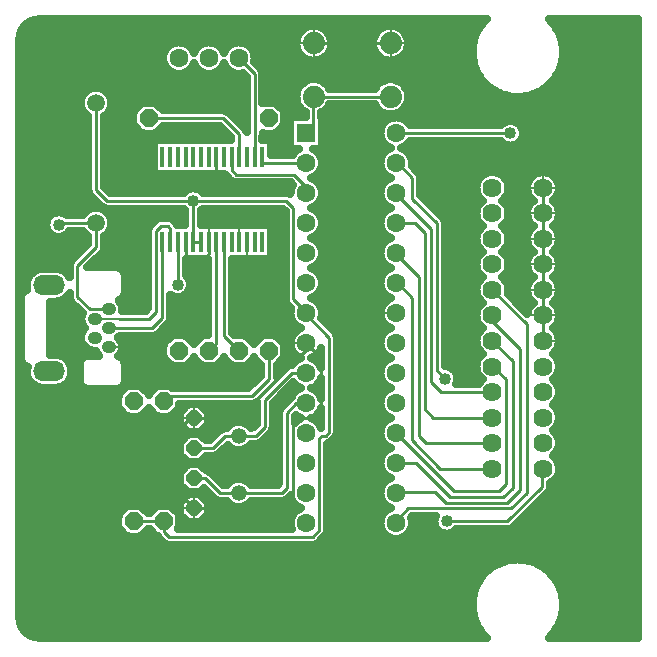
<source format=gtl>
G04 DipTrace 3.3.1.0*
G04 GPIB-USBAR488v1.012Mar2019.GTL*
%MOIN*%
G04 #@! TF.FileFunction,Copper,L1,Top*
G04 #@! TF.Part,Single*
%AMOUTLINE0*
4,1,8,
0.010709,0.025866,
0.025866,0.010709,
0.025866,-0.010709,
0.010709,-0.025866,
-0.010709,-0.025866,
-0.025866,-0.010709,
-0.025866,0.010709,
-0.010709,0.025866,
0.010709,0.025866,
0*%
%AMOUTLINE1*
4,1,8,
-0.010709,-0.025866,
-0.025866,-0.010709,
-0.025866,0.010709,
-0.010709,0.025866,
0.010709,0.025866,
0.025866,0.010709,
0.025866,-0.010709,
0.010709,-0.025866,
-0.010709,-0.025866,
0*%
%AMOUTLINE2*
4,1,8,
0.012629,-0.030487,
-0.012629,-0.030487,
-0.030487,-0.012629,
-0.030487,0.012629,
-0.012629,0.030487,
0.012629,0.030487,
0.030487,0.012629,
0.030487,-0.012629,
0.012629,-0.030487,
0*%
%AMOUTLINE3*
4,1,8,
0.030487,0.012629,
0.030487,-0.012629,
0.012629,-0.030487,
-0.012629,-0.030487,
-0.030487,-0.012629,
-0.030487,0.012629,
-0.012629,0.030487,
0.012629,0.030487,
0.030487,0.012629,
0*%
%AMOUTLINE4*
4,1,8,
0.030486,-0.012625,
0.012625,-0.030486,
-0.012625,-0.030486,
-0.030486,-0.012625,
-0.030486,0.012625,
-0.012625,0.030486,
0.012625,0.030486,
0.030486,0.012625,
0.030486,-0.012625,
0*%
%AMOUTLINE5*
4,1,8,
-0.030486,0.012625,
-0.012625,0.030486,
0.012625,0.030486,
0.030486,0.012625,
0.030486,-0.012625,
0.012625,-0.030486,
-0.012625,-0.030486,
-0.030486,-0.012625,
-0.030486,0.012625,
0*%
G04 #@! TA.AperFunction,Conductor*
%ADD13C,0.01*%
%ADD14C,0.005906*%
G04 #@! TA.AperFunction,CopperBalancing*
%ADD15C,0.025*%
%ADD16C,0.007874*%
G04 #@! TA.AperFunction,ComponentPad*
%ADD23C,0.06378*%
%ADD24O,0.047244X0.043307*%
%ADD25O,0.106299X0.066929*%
%ADD27C,0.059055*%
%ADD29C,0.074*%
%ADD31C,0.062992*%
%ADD32R,0.062992X0.062992*%
%ADD33C,0.062992*%
%ADD34R,0.015748X0.070866*%
G04 #@! TA.AperFunction,ComponentPad*
%ADD37C,0.05216*%
G04 #@! TA.AperFunction,ViaPad*
%ADD38C,0.04*%
G04 #@! TA.AperFunction,ComponentPad*
%ADD76OUTLINE0*%
%ADD77OUTLINE1*%
%ADD78OUTLINE2*%
%ADD79OUTLINE3*%
%ADD80OUTLINE4*%
%ADD81OUTLINE5*%
%FSLAX26Y26*%
G04*
G70*
G90*
G75*
G01*
G04 Top*
%LPD*%
X2022173Y1434173D2*
D13*
Y1434008D1*
X2089609Y1366572D1*
Y945505D1*
X2057848Y913744D1*
X1881247D1*
X1768298Y1026693D1*
X1701693D1*
X2022173Y1008976D2*
X1848591D1*
X1753804Y1103762D1*
Y1578812D1*
X1705924Y1626693D1*
X1701693D1*
Y1726693D2*
Y1724369D1*
X1778411Y1647651D1*
Y1116747D1*
X1801142Y1094016D1*
X2022173D1*
Y1179055D2*
X1824579D1*
X1797028Y1206606D1*
Y1793134D1*
X1763467Y1826693D1*
X1701693D1*
Y1926693D2*
X1698268D1*
X1817996Y1806965D1*
Y1296636D1*
X1850538Y1264094D1*
X2022173D1*
X1701693Y2026693D2*
X1707130D1*
X1755770Y1978052D1*
Y1908293D1*
X1837255Y1826808D1*
Y1336286D1*
X1864902Y1308639D1*
X1870073Y832693D2*
X2072479D1*
X2188462Y948676D1*
Y1006367D1*
X2191071Y1008976D1*
X2082480Y2126693D2*
X1701693D1*
X2022173Y1349134D2*
X2025634D1*
X2067823Y1306945D1*
Y956433D1*
X2044974Y933584D1*
X1894802D1*
X1701693Y1126693D1*
X1426693Y2426693D2*
X1682693D1*
X2191071Y1944409D2*
Y1859370D1*
Y1774331D1*
Y1689291D1*
Y1604252D1*
Y1519213D1*
Y1434173D1*
X1101571Y2047054D2*
Y1941379D1*
X1026693Y1176693D2*
X1174333D1*
X1424333Y1426693D1*
X1401693D1*
X1026693Y1176693D2*
X1013478D1*
X982802Y1146017D1*
Y920584D1*
X1026693Y876693D1*
X1325804D1*
X1357766Y908655D1*
Y1157484D1*
X1378407Y1178125D1*
X1431154D1*
X1450647Y1197618D1*
Y1377739D1*
X1401693Y1426693D1*
X999209Y1763589D2*
Y1720006D1*
X1010416Y1708800D1*
X1060636D1*
X1075980Y1724144D1*
Y1763589D1*
X1701693Y826693D2*
Y835136D1*
X1742409Y875853D1*
X2083936D1*
X2136623Y928541D1*
Y1489802D1*
X2022173Y1604252D1*
X1229524Y2047054D2*
Y2323862D1*
X1176693Y2376693D1*
X1026693Y1076693D2*
X1091848D1*
X1131848Y1116693D1*
X1176693D1*
X1401693Y1326693D2*
Y1328798D1*
X1354272D1*
X1263654Y1238180D1*
Y1146915D1*
X1233432Y1116693D1*
X1176693D1*
X1026693Y976693D2*
X1063055D1*
X1113055Y926693D1*
X1176693D1*
X1401693Y1226693D2*
X1368028D1*
X1336795Y1195461D1*
Y943871D1*
X1319617Y926693D1*
X1176693D1*
X922437Y1763581D2*
Y1510957D1*
X888173Y1476693D1*
X743346D1*
X696102Y1508189D2*
D14*
X778627D1*
D13*
X877043D1*
X901143Y1532289D1*
Y1801896D1*
X918194Y1818948D1*
X939507D1*
Y1816816D1*
X948028Y1808295D1*
Y1763589D1*
X701693Y1826693D2*
X581811D1*
X576693Y1821575D1*
X701693Y1826693D2*
Y1745966D1*
X638702Y1682975D1*
Y1582442D1*
X679739Y1541406D1*
X743346D1*
Y1539685D1*
X973618Y1763589D2*
Y1621793D1*
X1127161Y1763589D2*
Y1451224D1*
X1176693Y1401693D1*
X1101571Y1763589D2*
Y1426571D1*
X1076693Y1401693D1*
X926693Y1233226D2*
Y1251143D1*
X1219630D1*
X1276693Y1308206D1*
Y1401693D1*
X2022173Y1519213D2*
Y1499369D1*
X2112543Y1408999D1*
Y936609D1*
X2071364Y895429D1*
X1865984D1*
X1829356Y932058D1*
X1701693D1*
Y926693D1*
X1682693Y2248693D2*
X1426693D1*
X1401693Y2126693D2*
X1425748D1*
Y2247748D1*
X1426693Y2248693D1*
X1401693Y2026693D2*
X1253601D1*
Y2047054D1*
X1255114D1*
X1401693Y1926693D2*
Y1947270D1*
X1360122Y1988841D1*
X1168398D1*
X1152752Y2004487D1*
Y2047054D1*
X1050390Y1763589D2*
X1024799D1*
Y1901693D1*
X701693Y2226693D2*
Y1936210D1*
X736210Y1901693D1*
X1024799D1*
X1178343Y2047054D2*
Y2123572D1*
X1125222Y2176693D1*
X876693D1*
X1024799Y1901693D2*
X1335010D1*
X1358861Y1877843D1*
Y1572596D1*
X1404764Y1526693D1*
X1401693D1*
X826693Y833226D2*
X926693D1*
X927751D1*
Y798224D1*
X945472Y780503D1*
X1422908D1*
X1445537Y803131D1*
Y1110668D1*
X1453634Y1118765D1*
X1467227D1*
X1478168Y1129706D1*
Y1445566D1*
X1397041Y1526693D1*
X1401693D1*
D38*
X1864902Y1308639D3*
X1870073Y832693D3*
X2082480Y2126693D3*
X576693Y1821575D3*
X973618Y1621793D3*
X1024799Y1901693D3*
X2445849Y826693D3*
Y926693D3*
Y1026693D3*
Y1126693D3*
Y1226693D3*
Y1326693D3*
Y1426693D3*
Y1526693D3*
Y1626693D3*
Y1726693D3*
Y1826693D3*
Y1926693D3*
Y2026693D3*
Y2126693D3*
Y2226693D3*
Y2326693D3*
X1076693Y476693D3*
X976693D3*
X876693D3*
X776693D3*
X676693D3*
X576693D3*
X476693Y526693D3*
Y626693D3*
Y726693D3*
Y826693D3*
Y926693D3*
Y1026693D3*
X1876693Y476693D3*
X1776693D3*
X1676693D3*
X1576693D3*
X1476693D3*
X1376693D3*
X1276693D3*
X1176693D3*
X2376693Y526693D3*
X2445849Y626693D3*
X2376693Y2426693D3*
X2445849Y726693D3*
X476693Y1126693D3*
Y1226693D3*
X676693Y2476693D3*
X476693Y1726693D3*
Y1826693D3*
Y1926693D3*
Y2026693D3*
Y2126693D3*
Y2226693D3*
Y2326693D3*
Y2426693D3*
X576693Y2476693D3*
X776693D3*
X2276693D3*
Y476693D3*
X1876693Y2476693D3*
X1776693D3*
X1576693D3*
X1476693D3*
X1376693D3*
X463982Y2482986D2*
D15*
X1409518D1*
X1443871D2*
X1665516D1*
X1699869D2*
X1980041D1*
X2233216D2*
X2505349D1*
X450705Y2458117D2*
X1375249D1*
X1478141D2*
X1631247D1*
X1734139D2*
X1966261D1*
X2246995D2*
X2505349D1*
X448049Y2433248D2*
X1366385D1*
X1487004D2*
X1622383D1*
X1743002D2*
X1957900D1*
X2255356D2*
X2505349D1*
X448049Y2408379D2*
X931971D1*
X1221282D2*
X1368969D1*
X1484421D2*
X1624967D1*
X1740418D2*
X1954061D1*
X2259196D2*
X2505349D1*
X448049Y2383511D2*
X921852D1*
X1231401D2*
X1385225D1*
X1468165D2*
X1641222D1*
X1724163D2*
X1954384D1*
X2258837D2*
X2505349D1*
X448049Y2358642D2*
X924579D1*
X1234272D2*
X1958905D1*
X2254316D2*
X2505349D1*
X448049Y2333773D2*
X943454D1*
X1009924D2*
X1043679D1*
X1109718D2*
X1143652D1*
X1256233D2*
X1968091D1*
X2245165D2*
X2505349D1*
X448049Y2308904D2*
X1200852D1*
X1258207D2*
X1982876D1*
X2230345D2*
X2505349D1*
X448049Y2284035D2*
X1200852D1*
X1258207D2*
X1377976D1*
X1475414D2*
X1633974D1*
X1731411D2*
X2005878D1*
X2207379D2*
X2505349D1*
X448049Y2259167D2*
X660256D1*
X743125D2*
X1200852D1*
X1258207D2*
X1366960D1*
X1742428D2*
X2046104D1*
X2167153D2*
X2505349D1*
X448049Y2234298D2*
X649061D1*
X754321D2*
X1200852D1*
X1258207D2*
X1367821D1*
X1741567D2*
X2505349D1*
X448049Y2209429D2*
X651537D1*
X751881D2*
X833864D1*
X919532D2*
X1200852D1*
X1319533D2*
X1381277D1*
X1472112D2*
X1637275D1*
X1728110D2*
X2505349D1*
X448049Y2184560D2*
X670986D1*
X732396D2*
X822525D1*
X1156870D2*
X1200852D1*
X1330836D2*
X1397066D1*
X1454421D2*
X2505349D1*
X448049Y2159692D2*
X673031D1*
X730350D2*
X822991D1*
X1181737D2*
X1200852D1*
X1330406D2*
X1346541D1*
X1456862D2*
X1658160D1*
X1745227D2*
X2055362D1*
X2109595D2*
X2505349D1*
X448049Y2134823D2*
X673031D1*
X730350D2*
X843015D1*
X910381D2*
X1127576D1*
X1310382D2*
X1346541D1*
X1456862D2*
X1647143D1*
X2125348D2*
X2505349D1*
X448049Y2109954D2*
X673031D1*
X730350D2*
X1149681D1*
X1258207D2*
X1346541D1*
X1456862D2*
X1649260D1*
X2122585D2*
X2505349D1*
X448049Y2085085D2*
X673031D1*
X730350D2*
X890776D1*
X1286663D2*
X1346541D1*
X1456862D2*
X1666915D1*
X1736471D2*
X2505349D1*
X448049Y2060217D2*
X673031D1*
X730350D2*
X890776D1*
X1286663D2*
X1358563D1*
X1444804D2*
X1658554D1*
X1744832D2*
X2505349D1*
X448049Y2035348D2*
X673031D1*
X730350D2*
X890776D1*
X1456144D2*
X1647251D1*
X1756136D2*
X2505349D1*
X448049Y2010479D2*
X673031D1*
X730350D2*
X890776D1*
X1454314D2*
X1649081D1*
X1762846D2*
X2505349D1*
X448049Y1985610D2*
X673031D1*
X730350D2*
X1132098D1*
X1437161D2*
X1666234D1*
X1783336D2*
X1986034D1*
X2058316D2*
X2155120D1*
X2227008D2*
X2505349D1*
X448049Y1960742D2*
X673031D1*
X730350D2*
X1348695D1*
X1444374D2*
X1659021D1*
X1784448D2*
X1969060D1*
X2075290D2*
X2138075D1*
X2244053D2*
X2505349D1*
X448049Y1935873D2*
X673031D1*
X741546D2*
X999326D1*
X1050258D2*
X1347331D1*
X1456072D2*
X1647323D1*
X1784448D2*
X1967194D1*
X2077156D2*
X2136209D1*
X2245955D2*
X2505349D1*
X448049Y1911004D2*
X687385D1*
X1454457D2*
X1648902D1*
X1792558D2*
X1978283D1*
X2066067D2*
X2147333D1*
X2234795D2*
X2505349D1*
X448049Y1886135D2*
X712253D1*
X1437807D2*
X1665588D1*
X1817426D2*
X1973869D1*
X2070481D2*
X2142740D1*
X2239388D2*
X2505349D1*
X448049Y1861266D2*
X563261D1*
X590151D2*
X662122D1*
X741295D2*
X996132D1*
X1053487D2*
X1330178D1*
X1443943D2*
X1659452D1*
X1842294D2*
X1966656D1*
X2077694D2*
X2135527D1*
X2246601D2*
X2505349D1*
X448049Y1836398D2*
X535774D1*
X753962D2*
X896123D1*
X961516D2*
X996132D1*
X1053487D2*
X1330178D1*
X1455964D2*
X1647430D1*
X1864111D2*
X1971823D1*
X2072491D2*
X2140730D1*
X2241398D2*
X2505349D1*
X448049Y1811529D2*
X534267D1*
X752563D2*
X874306D1*
X1286771D2*
X1330178D1*
X1454637D2*
X1648758D1*
X1865941D2*
X1981835D1*
X2062515D2*
X2150742D1*
X2231422D2*
X2505349D1*
X448049Y1786660D2*
X552389D1*
X601024D2*
X668079D1*
X735302D2*
X872475D1*
X1286771D2*
X1330178D1*
X1438417D2*
X1664978D1*
X1865941D2*
X1968056D1*
X2076294D2*
X2136962D1*
X2245165D2*
X2505349D1*
X448049Y1761791D2*
X673031D1*
X730350D2*
X872475D1*
X1286771D2*
X1330178D1*
X1443477D2*
X1659918D1*
X1865941D2*
X1968127D1*
X2076223D2*
X2136998D1*
X2245129D2*
X2505349D1*
X448049Y1736923D2*
X653151D1*
X728771D2*
X872475D1*
X1286771D2*
X1330178D1*
X1455857D2*
X1647538D1*
X1865941D2*
X1982050D1*
X2062300D2*
X2150921D1*
X2231206D2*
X2505349D1*
X448049Y1712054D2*
X628284D1*
X707313D2*
X872475D1*
X1286771D2*
X1330178D1*
X1454780D2*
X1648615D1*
X1865941D2*
X1971752D1*
X2072598D2*
X2140623D1*
X2241505D2*
X2505349D1*
X448049Y1687185D2*
X610377D1*
X682409D2*
X872475D1*
X1002281D2*
X1072889D1*
X1155829D2*
X1330178D1*
X1439027D2*
X1664368D1*
X1865941D2*
X1966656D1*
X2077694D2*
X2135563D1*
X2246601D2*
X2505349D1*
X448049Y1662316D2*
X487115D1*
X797382D2*
X872475D1*
X1002281D2*
X1072889D1*
X1155829D2*
X1330178D1*
X1442974D2*
X1660385D1*
X1865941D2*
X1973976D1*
X2070373D2*
X2142883D1*
X2239280D2*
X2505349D1*
X448049Y1637448D2*
X470321D1*
X798817D2*
X872475D1*
X1014194D2*
X1072889D1*
X1155829D2*
X1330178D1*
X1455749D2*
X1647646D1*
X1865941D2*
X1978283D1*
X2066067D2*
X2147189D1*
X2234974D2*
X2505349D1*
X448049Y1612579D2*
X468132D1*
X798817D2*
X872475D1*
X1016240D2*
X1072889D1*
X1155829D2*
X1330178D1*
X1454924D2*
X1648435D1*
X1865941D2*
X1967266D1*
X2077084D2*
X2136173D1*
X2245991D2*
X2505349D1*
X797813Y1587710D2*
X872475D1*
X999231D2*
X1072889D1*
X1155829D2*
X1330178D1*
X1439601D2*
X1663758D1*
X1865941D2*
X1969240D1*
X2078232D2*
X2138147D1*
X2243981D2*
X2505349D1*
X550750Y1562841D2*
X618774D1*
X783854D2*
X872475D1*
X951110D2*
X1072889D1*
X1155829D2*
X1332080D1*
X1442508D2*
X1660887D1*
X1865941D2*
X1986500D1*
X2103100D2*
X2155407D1*
X2226757D2*
X2505349D1*
X550750Y1537972D2*
X643642D1*
X790600D2*
X867308D1*
X951110D2*
X1072889D1*
X1155829D2*
X1347762D1*
X1455641D2*
X1647753D1*
X1865941D2*
X1970029D1*
X2243192D2*
X2505349D1*
X550750Y1513104D2*
X649096D1*
X951110D2*
X1072889D1*
X1155829D2*
X1348300D1*
X1455067D2*
X1648292D1*
X1865941D2*
X1966979D1*
X2246278D2*
X2505349D1*
X550750Y1488235D2*
X653725D1*
X939232D2*
X1072889D1*
X1155829D2*
X1363192D1*
X1475019D2*
X1663219D1*
X1865941D2*
X1976596D1*
X2236661D2*
X2505349D1*
X550750Y1463366D2*
X652721D1*
X914364D2*
X1072889D1*
X1155829D2*
X1361398D1*
X1499851D2*
X1661210D1*
X1865941D2*
X1975376D1*
X2237881D2*
X2505349D1*
X550750Y1438497D2*
X649204D1*
X782741D2*
X937928D1*
X1015450D2*
X1037937D1*
X1215433D2*
X1237956D1*
X1315442D2*
X1347869D1*
X1506848D2*
X1647753D1*
X1865941D2*
X1966800D1*
X2246457D2*
X2505349D1*
X550750Y1413629D2*
X662517D1*
X790636D2*
X922534D1*
X1330836D2*
X1348156D1*
X1506848D2*
X1648040D1*
X1865941D2*
X1970747D1*
X2242510D2*
X2505349D1*
X550750Y1388760D2*
X704071D1*
X782634D2*
X922534D1*
X1330836D2*
X1362653D1*
X1506848D2*
X1662466D1*
X1865941D2*
X1984383D1*
X2228874D2*
X2505349D1*
X611932Y1363891D2*
X645113D1*
X798279D2*
X938933D1*
X1014445D2*
X1038942D1*
X1114455D2*
X1138951D1*
X1214428D2*
X1238925D1*
X1314437D2*
X1361900D1*
X1506848D2*
X1661892D1*
X1865941D2*
X1968701D1*
X2244555D2*
X2505349D1*
X448049Y1339022D2*
X467917D1*
X621119D2*
X644539D1*
X798817D2*
X1248003D1*
X1305359D2*
X1324975D1*
X1506848D2*
X1648005D1*
X1895187D2*
X1967589D1*
X2245668D2*
X2505349D1*
X448049Y1314154D2*
X470931D1*
X618140D2*
X644539D1*
X798817D2*
X1243123D1*
X1506848D2*
X1648040D1*
X1908213D2*
X1979790D1*
X2233467D2*
X2505349D1*
X448049Y1289285D2*
X489376D1*
X599696D2*
X646692D1*
X796664D2*
X1218255D1*
X1506848D2*
X1662107D1*
X2240285D2*
X2505349D1*
X448049Y1264416D2*
X782334D1*
X1329401D2*
X1362438D1*
X1506848D2*
X1662251D1*
X2246637D2*
X2505349D1*
X448049Y1239547D2*
X772538D1*
X1304533D2*
X1341374D1*
X1506848D2*
X1648005D1*
X2240608D2*
X2505349D1*
X448049Y1214679D2*
X773363D1*
X979997D2*
X995666D1*
X1057722D2*
X1234978D1*
X1292333D2*
X1316506D1*
X1506848D2*
X1647789D1*
X2232893D2*
X2505349D1*
X448049Y1189810D2*
X794535D1*
X858852D2*
X894544D1*
X958825D2*
X977293D1*
X1076094D2*
X1234978D1*
X1292333D2*
X1308110D1*
X1506848D2*
X1661425D1*
X2245524D2*
X2505349D1*
X448049Y1164941D2*
X977186D1*
X1076202D2*
X1234978D1*
X1292333D2*
X1308110D1*
X1506848D2*
X1662968D1*
X2244735D2*
X2505349D1*
X448049Y1140072D2*
X994302D1*
X1059085D2*
X1117564D1*
X1291400D2*
X1308110D1*
X1506848D2*
X1648256D1*
X2229556D2*
X2505349D1*
X448049Y1115203D2*
X996168D1*
X1057183D2*
X1090831D1*
X1271448D2*
X1308110D1*
X1502470D2*
X1647789D1*
X2242223D2*
X2505349D1*
X448049Y1090335D2*
X977365D1*
X1218411D2*
X1308110D1*
X1474194D2*
X1661102D1*
X2246493D2*
X2505349D1*
X448049Y1065466D2*
X977150D1*
X1120124D2*
X1308110D1*
X1474194D2*
X1663542D1*
X2238311D2*
X2505349D1*
X448049Y1040597D2*
X993764D1*
X1059624D2*
X1308110D1*
X1474194D2*
X1648399D1*
X2236194D2*
X2505349D1*
X448049Y1015728D2*
X996707D1*
X1056681D2*
X1308110D1*
X1474194D2*
X1647682D1*
X2246206D2*
X2505349D1*
X448049Y990860D2*
X977437D1*
X1088403D2*
X1308110D1*
X1474194D2*
X1660600D1*
X2243443D2*
X2505349D1*
X448049Y965991D2*
X977150D1*
X1113270D2*
X1147958D1*
X1205421D2*
X1308110D1*
X1474194D2*
X1664117D1*
X2224675D2*
X2505349D1*
X448049Y941122D2*
X993262D1*
X1474194D2*
X1648543D1*
X2216027D2*
X2505349D1*
X448049Y916253D2*
X997245D1*
X1056143D2*
X1083977D1*
X1474194D2*
X1647574D1*
X2195538D2*
X2505349D1*
X448049Y891385D2*
X977544D1*
X1075843D2*
X1142791D1*
X1210588D2*
X1360106D1*
X1474194D2*
X1660097D1*
X2170670D2*
X2505349D1*
X448049Y866516D2*
X784416D1*
X868971D2*
X884425D1*
X1076238D2*
X1364735D1*
X1474194D2*
X1664727D1*
X2145802D2*
X2505349D1*
X448049Y841647D2*
X772538D1*
X1060664D2*
X1348695D1*
X1474194D2*
X1648686D1*
X1754700D2*
X1827390D1*
X2120934D2*
X2505349D1*
X448049Y816778D2*
X772897D1*
X980499D2*
X1347474D1*
X1474194D2*
X1647466D1*
X1755920D2*
X1829614D1*
X2096067D2*
X2505349D1*
X448049Y791909D2*
X792454D1*
X860933D2*
X892463D1*
X1471682D2*
X1659631D1*
X1743756D2*
X1861910D1*
X1878247D2*
X2505349D1*
X448049Y767041D2*
X919412D1*
X1448967D2*
X2505349D1*
X448049Y742172D2*
X2505349D1*
X448049Y717303D2*
X2505349D1*
X448049Y692434D2*
X2042013D1*
X2171244D2*
X2505349D1*
X448049Y667566D2*
X2003868D1*
X2209389D2*
X2505349D1*
X448049Y642697D2*
X1981584D1*
X2231637D2*
X2505349D1*
X448049Y617828D2*
X1967230D1*
X2245991D2*
X2505349D1*
X448049Y592959D2*
X1958439D1*
X2254782D2*
X2505349D1*
X448049Y568091D2*
X1954240D1*
X2259017D2*
X2505349D1*
X448049Y543222D2*
X1954204D1*
X2259053D2*
X2505349D1*
X448049Y518353D2*
X1958331D1*
X2254890D2*
X2505349D1*
X451351Y493484D2*
X1967051D1*
X2246206D2*
X2505349D1*
X465346Y468616D2*
X1981261D1*
X2231960D2*
X2505349D1*
X1052399Y1117505D2*
X1067032Y1102873D1*
X1080986Y1102866D1*
X1114850Y1136595D1*
X1118172Y1139009D1*
X1121832Y1140874D1*
X1125738Y1142143D1*
X1129794Y1142786D1*
X1137338Y1142866D1*
X1140761Y1147381D1*
X1146004Y1152625D1*
X1152003Y1156983D1*
X1158610Y1160349D1*
X1165662Y1162641D1*
X1172985Y1163801D1*
X1180400D1*
X1187724Y1162641D1*
X1194776Y1160349D1*
X1201383Y1156983D1*
X1207381Y1152625D1*
X1212625Y1147381D1*
X1215993Y1142865D1*
X1227916Y1148192D1*
X1237482Y1157758D1*
X1237480Y1231974D1*
X1233305Y1228827D1*
X1229646Y1226962D1*
X1225740Y1225693D1*
X1221683Y1225050D1*
X1109394Y1224970D1*
X978381D1*
X978092Y1217285D1*
X976741Y1212494D1*
X974309Y1208152D1*
X972152Y1205625D1*
X953072Y1186639D1*
X948934Y1183873D1*
X944264Y1182151D1*
X939322Y1181566D1*
X912403Y1181631D1*
X907521Y1182602D1*
X903001Y1184686D1*
X899093Y1187767D1*
X880106Y1206846D1*
X877338Y1210991D1*
X876045Y1210985D1*
X873280Y1206846D1*
X853072Y1186639D1*
X848934Y1183873D1*
X844264Y1182151D1*
X839322Y1181566D1*
X812403Y1181631D1*
X807521Y1182602D1*
X803001Y1184686D1*
X799093Y1187767D1*
X780106Y1206846D1*
X777340Y1210985D1*
X775618Y1215654D1*
X775033Y1220597D1*
X775098Y1247516D1*
X776069Y1252397D1*
X778153Y1256917D1*
X781234Y1260826D1*
X800313Y1279813D1*
X804452Y1282578D1*
X809121Y1284301D1*
X814064Y1284886D1*
X840983Y1284821D1*
X845864Y1283850D1*
X850385Y1281766D1*
X854293Y1278684D1*
X873280Y1259605D1*
X876048Y1255461D1*
X877340Y1255467D1*
X880106Y1259605D1*
X900313Y1279813D1*
X904452Y1282578D1*
X909121Y1284301D1*
X914064Y1284886D1*
X940983Y1284821D1*
X945864Y1283850D1*
X950385Y1281766D1*
X954293Y1278684D1*
X955638Y1277340D1*
X1208779Y1277316D1*
X1250526Y1319053D1*
X1250317Y1355106D1*
X1230107Y1375317D1*
X1227339Y1379461D1*
X1226044Y1379455D1*
X1223279Y1375317D1*
X1203069Y1355106D1*
X1198930Y1352341D1*
X1194260Y1350618D1*
X1189318Y1350033D1*
X1162407Y1350099D1*
X1157525Y1351070D1*
X1153005Y1353153D1*
X1149096Y1356235D1*
X1130107Y1375317D1*
X1127339Y1379461D1*
X1126044Y1379456D1*
X1123279Y1375318D1*
X1103069Y1355108D1*
X1098930Y1352343D1*
X1094260Y1350620D1*
X1089318Y1350035D1*
X1062407Y1350100D1*
X1057525Y1351071D1*
X1053005Y1353155D1*
X1049096Y1356236D1*
X1030107Y1375318D1*
X1027339Y1379462D1*
X1026044Y1379456D1*
X1023279Y1375318D1*
X1003069Y1355108D1*
X998930Y1352342D1*
X994260Y1350620D1*
X989318Y1350035D1*
X962407Y1350100D1*
X957525Y1351071D1*
X953005Y1353155D1*
X949096Y1356236D1*
X930107Y1375318D1*
X927342Y1379456D1*
X925619Y1384126D1*
X925034Y1389069D1*
X925099Y1415980D1*
X926070Y1420861D1*
X928154Y1425381D1*
X931240Y1429295D1*
X950317Y1448279D1*
X954456Y1451045D1*
X959125Y1452767D1*
X964068Y1453352D1*
X990979Y1453287D1*
X995860Y1452316D1*
X1000381Y1450232D1*
X1004289Y1447151D1*
X1023279Y1428069D1*
X1026047Y1423925D1*
X1027342Y1423931D1*
X1030107Y1428069D1*
X1050317Y1448280D1*
X1054456Y1451045D1*
X1059125Y1452768D1*
X1064068Y1453353D1*
X1075372D1*
X1075398Y1707006D1*
X999769Y1706983D1*
X999791Y1653604D1*
X1004926Y1648533D1*
X1008724Y1643306D1*
X1011657Y1637549D1*
X1013654Y1631404D1*
X1014664Y1625023D1*
Y1618562D1*
X1013654Y1612181D1*
X1011657Y1606036D1*
X1008724Y1600280D1*
X1004926Y1595053D1*
X1000358Y1590484D1*
X995131Y1586687D1*
X989374Y1583754D1*
X983230Y1581757D1*
X976849Y1580746D1*
X970388D1*
X964006Y1581757D1*
X957862Y1583754D1*
X952105Y1586687D1*
X948610Y1589041D1*
X948530Y1508903D1*
X947887Y1504847D1*
X946618Y1500941D1*
X944753Y1497281D1*
X942339Y1493959D1*
X906681Y1458186D1*
X903557Y1455518D1*
X900056Y1453372D1*
X896261Y1451801D1*
X892268Y1450842D1*
X888173Y1450520D1*
X779193D1*
X775598Y1446410D1*
X774315Y1445224D1*
X779061Y1440069D1*
X782167Y1435520D1*
X784662Y1430610D1*
X786507Y1425420D1*
X787671Y1420036D1*
X788142Y1413701D1*
X787788Y1408204D1*
X786731Y1402798D1*
X784989Y1397573D1*
X782591Y1392615D1*
X779576Y1388005D1*
X775724Y1383553D1*
X780635Y1382074D1*
X784189Y1380263D1*
X787415Y1377919D1*
X790235Y1375099D1*
X792579Y1371873D1*
X794389Y1368320D1*
X795621Y1364527D1*
X796245Y1360588D1*
X796324Y1299528D1*
X796011Y1295552D1*
X795080Y1291674D1*
X793554Y1287990D1*
X791470Y1284590D1*
X788880Y1281557D1*
X785848Y1278968D1*
X782448Y1276884D1*
X778763Y1275358D1*
X774886Y1274427D1*
X770910Y1274114D1*
X670470Y1274192D1*
X666531Y1274816D1*
X662739Y1276049D1*
X659185Y1277859D1*
X655959Y1280203D1*
X653139Y1283023D1*
X650795Y1286249D1*
X648985Y1289802D1*
X647753Y1293595D1*
X647129Y1297534D1*
X647050Y1358594D1*
X647363Y1362570D1*
X648294Y1366448D1*
X649820Y1370132D1*
X651904Y1373532D1*
X654494Y1376565D1*
X657526Y1379154D1*
X660926Y1381238D1*
X664611Y1382764D1*
X668488Y1383695D1*
X672472Y1384008D1*
X710537D1*
X706287Y1389150D1*
X703426Y1393856D1*
X701193Y1398891D1*
X700099Y1402300D1*
X690764Y1402384D1*
X684109Y1403439D1*
X677700Y1405521D1*
X671695Y1408580D1*
X666243Y1412541D1*
X661478Y1417306D1*
X657517Y1422758D1*
X654458Y1428763D1*
X652376Y1435172D1*
X651321Y1441827D1*
Y1448566D1*
X652376Y1455222D1*
X654458Y1461631D1*
X657517Y1467635D1*
X661478Y1473087D1*
X665054Y1476753D1*
X661568Y1480375D1*
X657618Y1485812D1*
X654567Y1491800D1*
X652490Y1498191D1*
X651439Y1504829D1*
Y1511549D1*
X652490Y1518187D1*
X654567Y1524578D1*
X656161Y1527964D1*
X618800Y1565444D1*
X616386Y1568767D1*
X614521Y1572426D1*
X613252Y1576332D1*
X612609Y1580389D1*
X612529Y1594607D1*
X608511Y1588209D1*
X602931Y1581675D1*
X596397Y1576095D1*
X589071Y1571606D1*
X581133Y1568318D1*
X572778Y1566312D1*
X564213Y1565638D1*
X548244D1*
X548263Y1387760D1*
X568509Y1387579D1*
X576995Y1386235D1*
X585167Y1383580D1*
X592822Y1379679D1*
X599774Y1374629D1*
X605849Y1368553D1*
X610900Y1361602D1*
X614800Y1353946D1*
X617456Y1345775D1*
X618800Y1337288D1*
Y1328696D1*
X617456Y1320210D1*
X614800Y1312038D1*
X610900Y1304382D1*
X605849Y1297431D1*
X599774Y1291355D1*
X592822Y1286305D1*
X585167Y1282404D1*
X576995Y1279749D1*
X568509Y1278405D1*
X545840Y1278236D1*
X520546Y1278405D1*
X512060Y1279749D1*
X503888Y1282404D1*
X496233Y1286305D1*
X489281Y1291355D1*
X483206Y1297431D1*
X478155Y1304382D1*
X474255Y1312038D1*
X471600Y1320210D1*
X470255Y1328696D1*
Y1337288D1*
X471600Y1345775D1*
X472534Y1349088D1*
X467756Y1350157D1*
X464072Y1351683D1*
X460671Y1353767D1*
X457639Y1356357D1*
X455049Y1359389D1*
X452966Y1362789D1*
X451439Y1366474D1*
X450509Y1370351D1*
X450196Y1374327D1*
X450274Y1581053D1*
X450898Y1584992D1*
X452130Y1588784D1*
X453941Y1592338D1*
X456285Y1595564D1*
X459104Y1598384D1*
X462331Y1600728D1*
X465884Y1602538D1*
X469676Y1603770D1*
X471641Y1604161D1*
X471600Y1607611D1*
X470255Y1616098D1*
Y1624690D1*
X471600Y1633176D1*
X474255Y1641348D1*
X478155Y1649004D1*
X483206Y1655955D1*
X489281Y1662030D1*
X496233Y1667081D1*
X503888Y1670982D1*
X512060Y1673637D1*
X520546Y1674981D1*
X543215Y1675149D1*
X568509Y1674981D1*
X576995Y1673637D1*
X585167Y1670982D1*
X592822Y1667081D1*
X599774Y1662030D1*
X605849Y1655955D1*
X610900Y1649004D1*
X612533Y1646088D1*
X612609Y1685029D1*
X613252Y1689085D1*
X614521Y1692991D1*
X616386Y1696651D1*
X618800Y1699973D1*
X675535Y1756823D1*
X675520Y1783250D1*
X668765Y1788140D1*
X663140Y1793765D1*
X658289Y1800514D1*
X612090Y1800520D1*
X608001Y1794835D1*
X603433Y1790266D1*
X598206Y1786469D1*
X592449Y1783536D1*
X586305Y1781539D1*
X579923Y1780528D1*
X573462D1*
X567081Y1781539D1*
X560937Y1783536D1*
X555180Y1786469D1*
X549953Y1790266D1*
X545385Y1794835D1*
X541587Y1800062D1*
X538654Y1805818D1*
X536657Y1811963D1*
X535647Y1818344D1*
Y1824805D1*
X536657Y1831187D1*
X538654Y1837331D1*
X541587Y1843088D1*
X545385Y1848315D1*
X549953Y1852883D1*
X555180Y1856681D1*
X560937Y1859614D1*
X567081Y1861610D1*
X573462Y1862621D1*
X579923D1*
X586305Y1861610D1*
X592449Y1859614D1*
X598206Y1856681D1*
X603442Y1852875D1*
X658280Y1852866D1*
X663140Y1859620D1*
X668765Y1865246D1*
X675202Y1869922D1*
X682291Y1873534D1*
X689857Y1875993D1*
X697715Y1877237D1*
X705671D1*
X713529Y1875993D1*
X721095Y1873534D1*
X728184Y1869922D1*
X734620Y1865246D1*
X740246Y1859620D1*
X744922Y1853184D1*
X748534Y1846095D1*
X750993Y1838529D1*
X752237Y1830671D1*
Y1822715D1*
X750993Y1814857D1*
X748534Y1807291D1*
X744922Y1800202D1*
X740246Y1793765D1*
X734620Y1788140D1*
X727872Y1783289D1*
X727786Y1743912D1*
X727143Y1739856D1*
X725874Y1735950D1*
X724009Y1732290D1*
X721595Y1728968D1*
X672015Y1679273D1*
X772904Y1679193D1*
X776843Y1678570D1*
X780635Y1677337D1*
X784189Y1675527D1*
X787415Y1673183D1*
X790235Y1670363D1*
X792579Y1667137D1*
X794389Y1663584D1*
X795621Y1659791D1*
X796245Y1655852D1*
X796324Y1594791D1*
X796011Y1590816D1*
X795080Y1586938D1*
X793554Y1583254D1*
X791470Y1579854D1*
X788880Y1576821D1*
X785848Y1574231D1*
X782448Y1572148D1*
X778763Y1570622D1*
X776835Y1570079D1*
X777881Y1567499D1*
X781831Y1562062D1*
X784882Y1556074D1*
X786958Y1549683D1*
X788010Y1543045D1*
Y1536325D1*
X787814Y1534362D1*
X866221D1*
X874953Y1543113D1*
X875050Y1803950D1*
X875693Y1808006D1*
X876962Y1811912D1*
X878827Y1815572D1*
X881241Y1818895D1*
X901196Y1838850D1*
X904519Y1841264D1*
X908178Y1843128D1*
X912084Y1844398D1*
X916141Y1845040D1*
X941560D1*
X945617Y1844398D1*
X949523Y1843129D1*
X953182Y1841264D1*
X956505Y1838850D1*
X959409Y1835946D1*
X961823Y1832623D1*
X962831Y1830823D1*
X969202Y1823680D1*
X970348Y1821964D1*
X974099Y1820195D1*
X998649D1*
X998626Y1869914D1*
X993491Y1874953D1*
X993045Y1875518D1*
X734156Y1875600D1*
X730100Y1876243D1*
X726194Y1877512D1*
X722534Y1879376D1*
X719212Y1881791D1*
X683186Y1917703D1*
X680518Y1920826D1*
X678372Y1924328D1*
X676801Y1928122D1*
X675842Y1932116D1*
X675520Y1936218D1*
Y2183273D1*
X668765Y2188140D1*
X663140Y2193765D1*
X658463Y2200202D1*
X654851Y2207291D1*
X652393Y2214857D1*
X651148Y2222715D1*
Y2230671D1*
X652393Y2238529D1*
X654851Y2246095D1*
X658463Y2253184D1*
X663140Y2259620D1*
X668765Y2265246D1*
X675202Y2269922D1*
X682291Y2273534D1*
X689857Y2275993D1*
X697715Y2277237D1*
X705671D1*
X713529Y2275993D1*
X721095Y2273534D1*
X728184Y2269922D1*
X734620Y2265246D1*
X740246Y2259620D1*
X744922Y2253184D1*
X748534Y2246095D1*
X750993Y2238529D1*
X752237Y2230671D1*
Y2222715D1*
X750993Y2214857D1*
X748534Y2207291D1*
X744922Y2200202D1*
X740246Y2193765D1*
X734620Y2188140D1*
X727872Y2183289D1*
X727866Y1947047D1*
X747071Y1927846D1*
X993033Y1927866D1*
X998059Y1933001D1*
X1003286Y1936799D1*
X1009043Y1939732D1*
X1015188Y1941729D1*
X1021569Y1942739D1*
X1028030D1*
X1034411Y1941729D1*
X1040556Y1939732D1*
X1046312Y1936799D1*
X1051539Y1933001D1*
X1056553Y1927867D1*
X1337064Y1927786D1*
X1341121Y1927143D1*
X1345027Y1925874D1*
X1348693Y1924005D1*
X1349186Y1930825D1*
X1350479Y1938988D1*
X1353033Y1946849D1*
X1356785Y1954213D1*
X1357171Y1954790D1*
X1349261Y1962688D1*
X1166344Y1962749D1*
X1162288Y1963391D1*
X1158382Y1964660D1*
X1154722Y1966525D1*
X1151399Y1968939D1*
X1132850Y1987489D1*
X1131573Y1989109D1*
X1128768Y1990329D1*
X893272D1*
Y2103778D1*
X1152145D1*
X1152169Y2112758D1*
X1114390Y2150510D1*
X923445Y2150520D1*
X903073Y2130106D1*
X898934Y2127340D1*
X894264Y2125618D1*
X889322Y2125033D1*
X862403Y2125098D1*
X857521Y2126069D1*
X853001Y2128153D1*
X849092Y2131234D1*
X830106Y2150313D1*
X827340Y2154452D1*
X825618Y2159121D1*
X825033Y2164064D1*
X825098Y2190983D1*
X826069Y2195864D1*
X828153Y2200385D1*
X831234Y2204293D1*
X850313Y2223280D1*
X854452Y2226045D1*
X859121Y2227768D1*
X864064Y2228353D1*
X890983Y2228288D1*
X895864Y2227317D1*
X900385Y2225233D1*
X904293Y2222152D1*
X923284Y2203067D1*
X959370Y2202866D1*
X1127275Y2202786D1*
X1131332Y2202143D1*
X1135238Y2200874D1*
X1138897Y2199009D1*
X1142220Y2196595D1*
X1196850Y2142080D1*
X1199517Y2138956D1*
X1201663Y2135455D1*
X1203237Y2131652D1*
X1203350Y2212408D1*
Y2312992D1*
X1190489Y2325882D1*
X1184932Y2324672D1*
X1176693Y2324024D1*
X1168454Y2324672D1*
X1160417Y2326601D1*
X1152782Y2329764D1*
X1145735Y2334083D1*
X1139450Y2339450D1*
X1134083Y2345735D1*
X1129764Y2352782D1*
X1126696Y2360160D1*
X1123622Y2352782D1*
X1119303Y2345735D1*
X1113936Y2339450D1*
X1107651Y2334083D1*
X1100604Y2329764D1*
X1092969Y2326601D1*
X1084932Y2324672D1*
X1076693Y2324024D1*
X1068454Y2324672D1*
X1060417Y2326601D1*
X1052782Y2329764D1*
X1045735Y2334083D1*
X1039450Y2339450D1*
X1034083Y2345735D1*
X1029764Y2352782D1*
X1026764Y2359978D1*
X1023727Y2352728D1*
X1019399Y2345665D1*
X1014019Y2339367D1*
X1007721Y2333987D1*
X1000658Y2329659D1*
X993005Y2326489D1*
X984951Y2324555D1*
X976693Y2323906D1*
X968435Y2324555D1*
X960381Y2326489D1*
X952728Y2329659D1*
X945665Y2333987D1*
X939367Y2339367D1*
X933987Y2345665D1*
X929659Y2352728D1*
X926489Y2360381D1*
X924555Y2368435D1*
X923906Y2376693D1*
X924555Y2384951D1*
X926489Y2393005D1*
X929659Y2400658D1*
X933987Y2407721D1*
X939367Y2414019D1*
X945665Y2419399D1*
X952728Y2423727D1*
X960381Y2426897D1*
X968435Y2428830D1*
X976693Y2429480D1*
X984951Y2428830D1*
X993005Y2426897D1*
X1000658Y2423727D1*
X1007721Y2419399D1*
X1014019Y2414019D1*
X1019399Y2407721D1*
X1023727Y2400658D1*
X1026745Y2393415D1*
X1029764Y2400604D1*
X1034083Y2407651D1*
X1039450Y2413936D1*
X1045735Y2419303D1*
X1052782Y2423622D1*
X1060417Y2426784D1*
X1068454Y2428714D1*
X1076693Y2429362D1*
X1084932Y2428714D1*
X1092969Y2426784D1*
X1100604Y2423622D1*
X1107651Y2419303D1*
X1113936Y2413936D1*
X1119303Y2407651D1*
X1123622Y2400604D1*
X1126689Y2393226D1*
X1129764Y2400604D1*
X1134083Y2407651D1*
X1139450Y2413936D1*
X1145735Y2419303D1*
X1152782Y2423622D1*
X1160417Y2426784D1*
X1168454Y2428714D1*
X1176693Y2429362D1*
X1184932Y2428714D1*
X1192969Y2426784D1*
X1200604Y2423622D1*
X1207651Y2419303D1*
X1213936Y2413936D1*
X1219303Y2407651D1*
X1223622Y2400604D1*
X1226784Y2392969D1*
X1228714Y2384932D1*
X1229362Y2376693D1*
X1228714Y2368454D1*
X1227490Y2362920D1*
X1249426Y2340860D1*
X1251840Y2337538D1*
X1253705Y2333878D1*
X1254974Y2329972D1*
X1255616Y2325916D1*
X1255697Y2226652D1*
X1260752Y2228092D1*
X1264064Y2228353D1*
X1290983Y2228288D1*
X1295864Y2227317D1*
X1300385Y2225233D1*
X1304293Y2222152D1*
X1323280Y2203072D1*
X1326045Y2198934D1*
X1327768Y2194264D1*
X1328353Y2189322D1*
X1328288Y2162403D1*
X1327317Y2157521D1*
X1325233Y2153001D1*
X1322152Y2149093D1*
X1303072Y2130106D1*
X1298934Y2127340D1*
X1294264Y2125618D1*
X1289315Y2125033D1*
X1262403Y2125098D1*
X1257521Y2126069D1*
X1255956Y2126647D1*
X1255697Y2112576D1*
Y2103641D1*
X1284162Y2103660D1*
Y2052884D1*
X1355979Y2052866D1*
X1359083Y2057651D1*
X1364450Y2063936D1*
X1370735Y2069303D1*
X1377782Y2073622D1*
X1378647Y2074021D1*
X1349024Y2074023D1*
Y2179362D1*
X1399585D1*
X1399575Y2197205D1*
X1392500Y2201630D1*
X1385558Y2207558D1*
X1379630Y2214500D1*
X1374860Y2222283D1*
X1371367Y2230716D1*
X1369236Y2239593D1*
X1368520Y2248693D1*
X1369236Y2257793D1*
X1371367Y2266669D1*
X1374860Y2275103D1*
X1379630Y2282886D1*
X1385558Y2289828D1*
X1392500Y2295756D1*
X1400283Y2300526D1*
X1408716Y2304019D1*
X1417593Y2306150D1*
X1426693Y2306866D1*
X1435793Y2306150D1*
X1444669Y2304019D1*
X1453103Y2300526D1*
X1460886Y2295756D1*
X1467828Y2289828D1*
X1473756Y2282886D1*
X1478638Y2274860D1*
X1630766Y2274866D1*
X1633092Y2279088D1*
X1638458Y2286473D1*
X1644912Y2292928D1*
X1652297Y2298294D1*
X1660431Y2302438D1*
X1669113Y2305259D1*
X1678129Y2306687D1*
X1687257D1*
X1696273Y2305259D1*
X1704955Y2302438D1*
X1713088Y2298294D1*
X1720473Y2292928D1*
X1726928Y2286473D1*
X1732294Y2279088D1*
X1736438Y2270955D1*
X1739259Y2262273D1*
X1740687Y2253257D1*
Y2244129D1*
X1739259Y2235113D1*
X1736438Y2226431D1*
X1732294Y2218297D1*
X1726928Y2210912D1*
X1720473Y2204458D1*
X1713088Y2199092D1*
X1704955Y2194948D1*
X1696273Y2192127D1*
X1687257Y2190699D1*
X1678129D1*
X1669113Y2192127D1*
X1660431Y2194948D1*
X1652297Y2199092D1*
X1644912Y2204458D1*
X1638458Y2210912D1*
X1633092Y2218297D1*
X1630748Y2222526D1*
X1478620Y2222520D1*
X1476294Y2218297D1*
X1470928Y2210912D1*
X1464473Y2204458D1*
X1457088Y2199092D1*
X1451920Y2196315D1*
X1451921Y2179389D1*
X1454363Y2179362D1*
Y2074023D1*
X1424830D1*
X1432651Y2069303D1*
X1438936Y2063936D1*
X1444303Y2057651D1*
X1448622Y2050604D1*
X1451784Y2042969D1*
X1453714Y2034932D1*
X1454362Y2026693D1*
X1453714Y2018454D1*
X1451784Y2010417D1*
X1448622Y2002782D1*
X1444303Y1995735D1*
X1438936Y1989450D1*
X1432651Y1984083D1*
X1425604Y1979764D1*
X1418226Y1976696D1*
X1425604Y1973622D1*
X1432651Y1969303D1*
X1438936Y1963936D1*
X1444303Y1957651D1*
X1448622Y1950604D1*
X1451784Y1942969D1*
X1453714Y1934932D1*
X1454362Y1926693D1*
X1453714Y1918454D1*
X1451784Y1910417D1*
X1448622Y1902782D1*
X1444303Y1895735D1*
X1438936Y1889450D1*
X1432651Y1884083D1*
X1425604Y1879764D1*
X1418226Y1876696D1*
X1425604Y1873622D1*
X1432651Y1869303D1*
X1438936Y1863936D1*
X1444303Y1857651D1*
X1448622Y1850604D1*
X1451784Y1842969D1*
X1453714Y1834932D1*
X1454362Y1826693D1*
X1453714Y1818454D1*
X1451784Y1810417D1*
X1448622Y1802782D1*
X1444303Y1795735D1*
X1438936Y1789450D1*
X1432651Y1784083D1*
X1425604Y1779764D1*
X1418226Y1776696D1*
X1425604Y1773622D1*
X1432651Y1769303D1*
X1438936Y1763936D1*
X1444303Y1757651D1*
X1448622Y1750604D1*
X1451784Y1742969D1*
X1453714Y1734932D1*
X1454362Y1726693D1*
X1453714Y1718454D1*
X1451784Y1710417D1*
X1448622Y1702782D1*
X1444303Y1695735D1*
X1438936Y1689450D1*
X1432651Y1684083D1*
X1425604Y1679764D1*
X1418226Y1676696D1*
X1425604Y1673622D1*
X1432651Y1669303D1*
X1438936Y1663936D1*
X1444303Y1657651D1*
X1448622Y1650604D1*
X1451784Y1642969D1*
X1453714Y1634932D1*
X1454362Y1626693D1*
X1453714Y1618454D1*
X1451784Y1610417D1*
X1448622Y1602782D1*
X1444303Y1595735D1*
X1438936Y1589450D1*
X1432651Y1584083D1*
X1425604Y1579764D1*
X1418226Y1576696D1*
X1425604Y1573622D1*
X1432651Y1569303D1*
X1438936Y1563936D1*
X1444303Y1557651D1*
X1448622Y1550604D1*
X1451784Y1542969D1*
X1453714Y1534932D1*
X1454362Y1526693D1*
X1453714Y1518454D1*
X1451784Y1510417D1*
X1451387Y1509341D1*
X1498070Y1462564D1*
X1500484Y1459241D1*
X1502349Y1455582D1*
X1503618Y1451676D1*
X1504261Y1447619D1*
X1504341Y1335329D1*
X1504261Y1127653D1*
X1503618Y1123596D1*
X1502349Y1119690D1*
X1500484Y1116031D1*
X1498070Y1112708D1*
X1484225Y1098863D1*
X1480903Y1096449D1*
X1477243Y1094584D1*
X1473329Y1093313D1*
X1471710Y1092295D1*
X1471629Y801078D1*
X1470987Y797021D1*
X1469718Y793115D1*
X1467853Y789456D1*
X1465439Y786133D1*
X1439906Y760600D1*
X1436584Y758186D1*
X1432924Y756322D1*
X1429018Y755053D1*
X1424962Y754410D1*
X1312672Y754329D1*
X943419Y754410D1*
X939362Y755053D1*
X935456Y756322D1*
X931797Y758186D1*
X928474Y760600D1*
X907848Y781226D1*
X905962Y783177D1*
X901619Y785609D1*
X899092Y787767D1*
X880102Y806851D1*
X873280Y806846D1*
X853073Y786638D1*
X848934Y783873D1*
X844264Y782150D1*
X839322Y781565D1*
X812403Y781631D1*
X807521Y782602D1*
X803001Y784686D1*
X799092Y787767D1*
X780106Y806846D1*
X777340Y810985D1*
X775618Y815654D1*
X775033Y820597D1*
X775098Y847516D1*
X776069Y852397D1*
X778153Y856917D1*
X781239Y860831D1*
X800313Y879813D1*
X804452Y882578D1*
X809122Y884301D1*
X814064Y884886D1*
X840983Y884821D1*
X845864Y883850D1*
X850385Y881766D1*
X854293Y878684D1*
X873284Y859600D1*
X880106Y859605D1*
X900313Y879813D1*
X904452Y882578D1*
X909121Y884301D1*
X914071Y884886D1*
X940983Y884821D1*
X945864Y883850D1*
X950385Y881766D1*
X954293Y878684D1*
X973280Y859605D1*
X976045Y855467D1*
X977768Y850797D1*
X978353Y845854D1*
X978288Y818936D1*
X977317Y814054D1*
X975233Y809534D1*
X973276Y806841D1*
X1018963Y806676D1*
X1353009D1*
X1350479Y814398D1*
X1349186Y822561D1*
Y830825D1*
X1350479Y838988D1*
X1353033Y846849D1*
X1356785Y854213D1*
X1361643Y860899D1*
X1367487Y866743D1*
X1374173Y871601D1*
X1381537Y875353D1*
X1385160Y876689D1*
X1377782Y879764D1*
X1370735Y884083D1*
X1364450Y889450D1*
X1359083Y895735D1*
X1354764Y902782D1*
X1351601Y910417D1*
X1349672Y918454D1*
X1349537Y919593D1*
X1336615Y906791D1*
X1333292Y904377D1*
X1329633Y902512D1*
X1325727Y901243D1*
X1321670Y900600D1*
X1216019Y900520D1*
X1212625Y896004D1*
X1207381Y890761D1*
X1201383Y886403D1*
X1194776Y883037D1*
X1187724Y880745D1*
X1180400Y879585D1*
X1172985D1*
X1165662Y880745D1*
X1158610Y883037D1*
X1152003Y886403D1*
X1146004Y890761D1*
X1140761Y896004D1*
X1137393Y900521D1*
X1111002Y900600D1*
X1106945Y901243D1*
X1103039Y902512D1*
X1099380Y904376D1*
X1096057Y906791D1*
X1059608Y943125D1*
X1051153Y934726D1*
X1047014Y931961D1*
X1042344Y930238D1*
X1037402Y929653D1*
X1014323Y929719D1*
X1009441Y930690D1*
X1004921Y932774D1*
X1001008Y935860D1*
X984727Y952233D1*
X981961Y956372D1*
X980239Y961041D1*
X979654Y965984D1*
X979719Y989063D1*
X980690Y993944D1*
X982774Y998465D1*
X985855Y1002373D1*
X1002233Y1018659D1*
X1006372Y1021425D1*
X1011041Y1023147D1*
X1015984Y1023732D1*
X1039063Y1023667D1*
X1043944Y1022696D1*
X1048465Y1020612D1*
X1052373Y1017531D1*
X1067404Y1002500D1*
X1073071Y1000874D1*
X1076731Y999009D1*
X1080053Y996595D1*
X1123912Y952851D1*
X1137349Y952866D1*
X1140761Y957381D1*
X1146004Y962625D1*
X1152003Y966983D1*
X1158610Y970349D1*
X1165662Y972641D1*
X1172985Y973801D1*
X1180400D1*
X1187724Y972641D1*
X1194776Y970349D1*
X1201383Y966983D1*
X1207381Y962625D1*
X1212625Y957381D1*
X1215993Y952865D1*
X1308783Y952866D1*
X1310622Y962244D1*
X1310703Y1197514D1*
X1311345Y1201571D1*
X1312614Y1205477D1*
X1314479Y1209136D1*
X1316893Y1212459D1*
X1349520Y1245200D1*
X1352650Y1247872D1*
X1354764Y1250604D1*
X1359083Y1257651D1*
X1364450Y1263936D1*
X1370735Y1269303D1*
X1377782Y1273622D1*
X1385160Y1276689D1*
X1377782Y1279764D1*
X1370735Y1284083D1*
X1364450Y1289450D1*
X1359083Y1295735D1*
X1358733Y1296259D1*
X1289832Y1227343D1*
X1289746Y1144861D1*
X1289104Y1140805D1*
X1287835Y1136899D1*
X1285970Y1133239D1*
X1283556Y1129916D1*
X1251939Y1098186D1*
X1248816Y1095518D1*
X1245314Y1093372D1*
X1241520Y1091801D1*
X1237526Y1090842D1*
X1233432Y1090520D1*
X1216028D1*
X1212625Y1086004D1*
X1207381Y1080761D1*
X1201383Y1076403D1*
X1194776Y1073037D1*
X1187724Y1070745D1*
X1180400Y1069585D1*
X1172985D1*
X1165662Y1070745D1*
X1158610Y1073037D1*
X1152003Y1076403D1*
X1146004Y1080761D1*
X1140761Y1086004D1*
X1139622Y1087450D1*
X1108846Y1056791D1*
X1105523Y1054377D1*
X1101864Y1052512D1*
X1097958Y1051243D1*
X1093901Y1050600D1*
X1067052Y1050520D1*
X1051153Y1034726D1*
X1047014Y1031961D1*
X1042344Y1030239D1*
X1037402Y1029654D1*
X1014323Y1029719D1*
X1009441Y1030690D1*
X1004921Y1032774D1*
X1001012Y1035855D1*
X984726Y1052233D1*
X981961Y1056372D1*
X980239Y1061041D1*
X979653Y1065984D1*
X979719Y1089063D1*
X980690Y1093944D1*
X982774Y1098465D1*
X985855Y1102373D1*
X1002233Y1118659D1*
X1006372Y1121425D1*
X1011041Y1123147D1*
X1015984Y1123732D1*
X1039063Y1123667D1*
X1043944Y1122696D1*
X1048465Y1120612D1*
X1052378Y1117526D1*
X1052409Y1217495D2*
X1068659Y1201153D1*
X1071425Y1197014D1*
X1073147Y1192344D1*
X1073732Y1187402D1*
X1073667Y1164323D1*
X1072696Y1159441D1*
X1070612Y1154921D1*
X1067531Y1151012D1*
X1051153Y1134726D1*
X1047014Y1131961D1*
X1042344Y1130238D1*
X1037402Y1129653D1*
X1014323Y1129719D1*
X1009441Y1130690D1*
X1004921Y1132774D1*
X1001012Y1135855D1*
X984726Y1152233D1*
X981961Y1156372D1*
X980238Y1161041D1*
X979653Y1165984D1*
X979719Y1189063D1*
X980690Y1193945D1*
X982774Y1198465D1*
X985855Y1202373D1*
X1002233Y1218659D1*
X1006372Y1221425D1*
X1011041Y1223147D1*
X1015984Y1223732D1*
X1039063Y1223667D1*
X1043945Y1222696D1*
X1048465Y1220612D1*
X1052378Y1217526D1*
X1000977Y835890D2*
X984726Y852233D1*
X981961Y856372D1*
X980238Y861041D1*
X979653Y865984D1*
X979719Y889063D1*
X980690Y893944D1*
X982774Y898465D1*
X985855Y902373D1*
X1002233Y918659D1*
X1006372Y921425D1*
X1011041Y923147D1*
X1015984Y923732D1*
X1039063Y923667D1*
X1043945Y922696D1*
X1048465Y920612D1*
X1052373Y917531D1*
X1068659Y901153D1*
X1071425Y897014D1*
X1073147Y892344D1*
X1073732Y887402D1*
X1073667Y864323D1*
X1072696Y859441D1*
X1070612Y854921D1*
X1067531Y851012D1*
X1051153Y834726D1*
X1047014Y831961D1*
X1042344Y830238D1*
X1037402Y829653D1*
X1014323Y829719D1*
X1009441Y830690D1*
X1004921Y832773D1*
X1001008Y835860D1*
X2243970Y1004813D2*
X2242668Y996589D1*
X2240095Y988670D1*
X2236315Y981251D1*
X2231420Y974515D1*
X2225533Y968627D1*
X2218796Y963733D1*
X2214644Y961458D1*
X2214555Y946622D1*
X2213912Y942566D1*
X2212643Y938660D1*
X2210778Y935000D1*
X2208364Y931678D1*
X2129020Y852220D1*
X2089477Y812791D1*
X2086155Y810377D1*
X2082495Y808512D1*
X2078589Y807243D1*
X2074533Y806600D1*
X1962243Y806520D1*
X1901850D1*
X1896813Y801385D1*
X1891586Y797587D1*
X1885830Y794654D1*
X1879685Y792657D1*
X1873304Y791647D1*
X1866843D1*
X1860462Y792657D1*
X1854317Y794654D1*
X1848561Y797587D1*
X1843334Y801385D1*
X1838765Y805953D1*
X1834968Y811180D1*
X1832034Y816937D1*
X1830038Y823081D1*
X1829027Y829462D1*
Y835923D1*
X1830038Y842305D1*
X1832034Y848449D1*
X1832600Y849676D1*
X1753263Y849680D1*
X1751784Y842969D1*
X1753714Y834932D1*
X1754362Y826693D1*
X1753714Y818454D1*
X1751784Y810417D1*
X1748622Y802782D1*
X1744303Y795735D1*
X1738936Y789450D1*
X1732651Y784083D1*
X1725604Y779764D1*
X1717969Y776601D1*
X1709932Y774672D1*
X1701693Y774024D1*
X1693454Y774672D1*
X1685417Y776601D1*
X1677782Y779764D1*
X1670735Y784083D1*
X1664450Y789450D1*
X1659083Y795735D1*
X1654764Y802782D1*
X1651601Y810417D1*
X1649672Y818454D1*
X1649024Y826693D1*
X1649672Y834932D1*
X1651601Y842969D1*
X1654764Y850604D1*
X1659083Y857651D1*
X1664450Y863936D1*
X1670735Y869303D1*
X1677782Y873622D1*
X1685160Y876689D1*
X1677782Y879764D1*
X1670735Y884083D1*
X1664450Y889450D1*
X1659083Y895735D1*
X1654764Y902782D1*
X1651601Y910417D1*
X1649672Y918454D1*
X1649024Y926693D1*
X1649672Y934932D1*
X1651601Y942969D1*
X1654764Y950604D1*
X1659083Y957651D1*
X1664450Y963936D1*
X1670735Y969303D1*
X1677782Y973622D1*
X1685160Y976689D1*
X1677782Y979764D1*
X1670735Y984083D1*
X1664450Y989450D1*
X1659083Y995735D1*
X1654764Y1002782D1*
X1651601Y1010417D1*
X1649672Y1018454D1*
X1649024Y1026693D1*
X1649672Y1034932D1*
X1651601Y1042969D1*
X1654764Y1050604D1*
X1659083Y1057651D1*
X1664450Y1063936D1*
X1670735Y1069303D1*
X1677782Y1073622D1*
X1685160Y1076689D1*
X1677782Y1079764D1*
X1670735Y1084083D1*
X1664450Y1089450D1*
X1659083Y1095735D1*
X1654764Y1102782D1*
X1651601Y1110417D1*
X1649672Y1118454D1*
X1649024Y1126693D1*
X1649672Y1134932D1*
X1651601Y1142969D1*
X1654764Y1150604D1*
X1659083Y1157651D1*
X1664450Y1163936D1*
X1670735Y1169303D1*
X1677782Y1173622D1*
X1684978Y1176622D1*
X1677728Y1179659D1*
X1670665Y1183987D1*
X1664367Y1189367D1*
X1658987Y1195665D1*
X1654659Y1202728D1*
X1651489Y1210381D1*
X1649555Y1218435D1*
X1648906Y1226693D1*
X1649555Y1234951D1*
X1651489Y1243005D1*
X1654659Y1250658D1*
X1658987Y1257721D1*
X1664367Y1264019D1*
X1670665Y1269399D1*
X1677728Y1273727D1*
X1684971Y1276745D1*
X1677782Y1279764D1*
X1670735Y1284083D1*
X1664450Y1289450D1*
X1659083Y1295735D1*
X1654764Y1302782D1*
X1651601Y1310417D1*
X1649672Y1318454D1*
X1649024Y1326693D1*
X1649672Y1334932D1*
X1651601Y1342969D1*
X1654764Y1350604D1*
X1659083Y1357651D1*
X1664450Y1363936D1*
X1670735Y1369303D1*
X1677782Y1373622D1*
X1684978Y1376622D1*
X1677728Y1379659D1*
X1670665Y1383987D1*
X1664367Y1389367D1*
X1658987Y1395665D1*
X1654659Y1402728D1*
X1651489Y1410381D1*
X1649555Y1418435D1*
X1648906Y1426693D1*
X1649555Y1434951D1*
X1651489Y1443005D1*
X1654659Y1450658D1*
X1658987Y1457721D1*
X1664367Y1464019D1*
X1670665Y1469399D1*
X1677728Y1473727D1*
X1684971Y1476745D1*
X1678669Y1479323D1*
X1672304Y1482985D1*
X1666511Y1487498D1*
X1661402Y1492772D1*
X1657075Y1498705D1*
X1653616Y1505182D1*
X1651092Y1512078D1*
X1649551Y1519258D1*
X1649024Y1526582D1*
X1649520Y1533908D1*
X1651031Y1541094D1*
X1653526Y1548000D1*
X1656958Y1554492D1*
X1661259Y1560444D1*
X1666346Y1565739D1*
X1672120Y1570276D1*
X1678469Y1573966D1*
X1685141Y1576691D1*
X1677782Y1579764D1*
X1670735Y1584083D1*
X1664450Y1589450D1*
X1659083Y1595735D1*
X1654764Y1602782D1*
X1651601Y1610417D1*
X1649672Y1618454D1*
X1649024Y1626693D1*
X1649672Y1634932D1*
X1651601Y1642969D1*
X1654764Y1650604D1*
X1659083Y1657651D1*
X1664450Y1663936D1*
X1670735Y1669303D1*
X1677782Y1673622D1*
X1685160Y1676689D1*
X1677782Y1679764D1*
X1670735Y1684083D1*
X1664450Y1689450D1*
X1659083Y1695735D1*
X1654764Y1702782D1*
X1651601Y1710417D1*
X1649672Y1718454D1*
X1649024Y1726693D1*
X1649672Y1734932D1*
X1651601Y1742969D1*
X1654764Y1750604D1*
X1659083Y1757651D1*
X1664450Y1763936D1*
X1670735Y1769303D1*
X1677782Y1773622D1*
X1685160Y1776689D1*
X1677782Y1779764D1*
X1670735Y1784083D1*
X1664450Y1789450D1*
X1659083Y1795735D1*
X1654764Y1802782D1*
X1651601Y1810417D1*
X1649672Y1818454D1*
X1649024Y1826693D1*
X1649672Y1834932D1*
X1651601Y1842969D1*
X1654764Y1850604D1*
X1659083Y1857651D1*
X1664450Y1863936D1*
X1670735Y1869303D1*
X1677782Y1873622D1*
X1685160Y1876689D1*
X1677782Y1879764D1*
X1670735Y1884083D1*
X1664450Y1889450D1*
X1659083Y1895735D1*
X1654764Y1902782D1*
X1651601Y1910417D1*
X1649672Y1918454D1*
X1649024Y1926693D1*
X1649672Y1934932D1*
X1651601Y1942969D1*
X1654764Y1950604D1*
X1659083Y1957651D1*
X1664450Y1963936D1*
X1670735Y1969303D1*
X1677782Y1973622D1*
X1685160Y1976689D1*
X1677782Y1979764D1*
X1670735Y1984083D1*
X1664450Y1989450D1*
X1659083Y1995735D1*
X1654764Y2002782D1*
X1651601Y2010417D1*
X1649672Y2018454D1*
X1649024Y2026693D1*
X1649672Y2034932D1*
X1651601Y2042969D1*
X1654764Y2050604D1*
X1659083Y2057651D1*
X1664450Y2063936D1*
X1670735Y2069303D1*
X1677782Y2073622D1*
X1685160Y2076689D1*
X1677782Y2079764D1*
X1670735Y2084083D1*
X1664450Y2089450D1*
X1659083Y2095735D1*
X1654764Y2102782D1*
X1651601Y2110417D1*
X1649672Y2118454D1*
X1649024Y2126693D1*
X1649672Y2134932D1*
X1651601Y2142969D1*
X1654764Y2150604D1*
X1659083Y2157651D1*
X1664450Y2163936D1*
X1670735Y2169303D1*
X1677782Y2173622D1*
X1685417Y2176784D1*
X1693454Y2178714D1*
X1701693Y2179362D1*
X1709932Y2178714D1*
X1717969Y2176784D1*
X1725604Y2173622D1*
X1732651Y2169303D1*
X1738936Y2163936D1*
X1744303Y2157651D1*
X1747351Y2152874D1*
X2050667Y2152866D1*
X2055740Y2158001D1*
X2060967Y2161799D1*
X2066724Y2164732D1*
X2072869Y2166729D1*
X2079250Y2167739D1*
X2085711D1*
X2092092Y2166729D1*
X2098237Y2164732D1*
X2103993Y2161799D1*
X2109220Y2158001D1*
X2113789Y2153433D1*
X2117586Y2148206D1*
X2120519Y2142449D1*
X2122516Y2136305D1*
X2123527Y2129923D1*
Y2123462D1*
X2122516Y2117081D1*
X2120519Y2110937D1*
X2117586Y2105180D1*
X2113789Y2099953D1*
X2109220Y2095385D1*
X2103993Y2091587D1*
X2098237Y2088654D1*
X2092092Y2086657D1*
X2085711Y2085647D1*
X2079250D1*
X2072869Y2086657D1*
X2066724Y2088654D1*
X2060967Y2091587D1*
X2055740Y2095385D1*
X2050726Y2100518D1*
X1747430Y2100520D1*
X1744303Y2095735D1*
X1738936Y2089450D1*
X1732651Y2084083D1*
X1725604Y2079764D1*
X1718226Y2076696D1*
X1725604Y2073622D1*
X1732651Y2069303D1*
X1738936Y2063936D1*
X1744303Y2057651D1*
X1748622Y2050604D1*
X1751784Y2042969D1*
X1753714Y2034932D1*
X1754362Y2026693D1*
X1753714Y2018454D1*
X1753490Y2017329D1*
X1775673Y1995051D1*
X1778087Y1991728D1*
X1779951Y1988069D1*
X1781220Y1984163D1*
X1781863Y1980106D1*
X1781944Y1919167D1*
X1857157Y1843807D1*
X1859571Y1840484D1*
X1861436Y1836824D1*
X1862705Y1832918D1*
X1863347Y1828862D1*
X1863428Y1716572D1*
Y1349800D1*
X1871342Y1349305D1*
X1877625Y1347797D1*
X1883594Y1345325D1*
X1889103Y1341949D1*
X1894015Y1337753D1*
X1898211Y1332840D1*
X1901587Y1327331D1*
X1904060Y1321362D1*
X1905568Y1315080D1*
X1906075Y1308639D1*
X1905568Y1302198D1*
X1904060Y1295916D1*
X1901730Y1290257D1*
X1976025Y1290268D1*
X1979244Y1295284D1*
X1984652Y1301616D1*
X1990460Y1306610D1*
X1984652Y1311613D1*
X1979244Y1317944D1*
X1974894Y1325044D1*
X1971707Y1332736D1*
X1969764Y1340833D1*
X1969110Y1349134D1*
X1969764Y1357435D1*
X1971707Y1365531D1*
X1974894Y1373224D1*
X1979244Y1380324D1*
X1984652Y1386655D1*
X1990460Y1391650D1*
X1984652Y1396652D1*
X1979244Y1402984D1*
X1974894Y1410083D1*
X1971707Y1417776D1*
X1969764Y1425872D1*
X1969110Y1434173D1*
X1969764Y1442474D1*
X1971707Y1450571D1*
X1974894Y1458263D1*
X1979244Y1465363D1*
X1984652Y1471694D1*
X1990460Y1476689D1*
X1984652Y1481691D1*
X1979244Y1488023D1*
X1974894Y1495123D1*
X1971707Y1502815D1*
X1969764Y1510912D1*
X1969110Y1519213D1*
X1969764Y1527513D1*
X1971707Y1535610D1*
X1974894Y1543303D1*
X1979244Y1550402D1*
X1984652Y1556734D1*
X1990460Y1561728D1*
X1984652Y1566731D1*
X1979244Y1573062D1*
X1974894Y1580162D1*
X1971707Y1587855D1*
X1969764Y1595951D1*
X1969110Y1604252D1*
X1969764Y1612553D1*
X1971707Y1620649D1*
X1974894Y1628342D1*
X1979244Y1635442D1*
X1984652Y1641773D1*
X1990460Y1646768D1*
X1984652Y1651770D1*
X1979244Y1658102D1*
X1974894Y1665201D1*
X1971707Y1672894D1*
X1969764Y1680990D1*
X1969110Y1689291D1*
X1969764Y1697592D1*
X1971707Y1705689D1*
X1974894Y1713381D1*
X1979244Y1720481D1*
X1984652Y1726813D1*
X1990460Y1731807D1*
X1984652Y1736810D1*
X1979244Y1743141D1*
X1974894Y1750241D1*
X1971707Y1757933D1*
X1969764Y1766030D1*
X1969110Y1774331D1*
X1969764Y1782632D1*
X1971707Y1790728D1*
X1974894Y1798421D1*
X1979244Y1805520D1*
X1984652Y1811852D1*
X1990460Y1816846D1*
X1984652Y1821849D1*
X1979244Y1828180D1*
X1974894Y1835280D1*
X1971707Y1842973D1*
X1969764Y1851069D1*
X1969110Y1859370D1*
X1969764Y1867671D1*
X1971707Y1875767D1*
X1974894Y1883460D1*
X1979244Y1890560D1*
X1984652Y1896891D1*
X1990357Y1901805D1*
X1984569Y1906805D1*
X1979149Y1913150D1*
X1974789Y1920266D1*
X1971595Y1927976D1*
X1969647Y1936090D1*
X1968992Y1944409D1*
X1969647Y1952729D1*
X1971595Y1960843D1*
X1974789Y1968553D1*
X1979149Y1975669D1*
X1984569Y1982014D1*
X1990914Y1987434D1*
X1998030Y1991794D1*
X2005739Y1994988D1*
X2013854Y1996936D1*
X2022173Y1997591D1*
X2030493Y1996936D1*
X2038607Y1994988D1*
X2046317Y1991794D1*
X2053432Y1987434D1*
X2059778Y1982014D1*
X2065198Y1975669D1*
X2069558Y1968553D1*
X2072751Y1960843D1*
X2074700Y1952729D1*
X2075354Y1944409D1*
X2074700Y1936090D1*
X2072751Y1927976D1*
X2069558Y1920266D1*
X2065198Y1913150D1*
X2059778Y1906805D1*
X2054009Y1901839D1*
X2059694Y1896891D1*
X2065102Y1890560D1*
X2069453Y1883460D1*
X2072639Y1875767D1*
X2074583Y1867671D1*
X2075236Y1859370D1*
X2074583Y1851069D1*
X2072639Y1842973D1*
X2069453Y1835280D1*
X2065102Y1828180D1*
X2059694Y1821849D1*
X2053887Y1816854D1*
X2059694Y1811852D1*
X2065102Y1805520D1*
X2069453Y1798421D1*
X2072639Y1790728D1*
X2074583Y1782632D1*
X2075236Y1774331D1*
X2074583Y1766030D1*
X2072639Y1757933D1*
X2069453Y1750241D1*
X2065102Y1743141D1*
X2059694Y1736810D1*
X2053887Y1731815D1*
X2059694Y1726813D1*
X2065102Y1720481D1*
X2069453Y1713381D1*
X2072639Y1705689D1*
X2074583Y1697592D1*
X2075236Y1689291D1*
X2074583Y1680990D1*
X2072639Y1672894D1*
X2069453Y1665201D1*
X2065102Y1658102D1*
X2059694Y1651770D1*
X2053887Y1646776D1*
X2059694Y1641773D1*
X2065102Y1635442D1*
X2069453Y1628342D1*
X2072639Y1620649D1*
X2074583Y1612553D1*
X2075236Y1604252D1*
X2074583Y1595951D1*
X2073289Y1590157D1*
X2138347Y1525201D1*
X2139678Y1532422D1*
X2141994Y1539391D1*
X2145250Y1545973D1*
X2149383Y1552043D1*
X2154315Y1557483D1*
X2159336Y1561730D1*
X2153615Y1566666D1*
X2148785Y1572196D1*
X2144764Y1578341D1*
X2141630Y1584982D1*
X2139444Y1591992D1*
X2138245Y1599237D1*
X2138059Y1606578D1*
X2138888Y1613874D1*
X2140716Y1620986D1*
X2143508Y1627778D1*
X2147211Y1634119D1*
X2151755Y1639888D1*
X2157051Y1644974D1*
X2159336Y1646770D1*
X2153615Y1651705D1*
X2148785Y1657236D1*
X2144764Y1663381D1*
X2141630Y1670022D1*
X2139444Y1677032D1*
X2138245Y1684276D1*
X2138059Y1691617D1*
X2138888Y1698913D1*
X2140716Y1706025D1*
X2143508Y1712817D1*
X2147211Y1719158D1*
X2151755Y1724927D1*
X2157051Y1730014D1*
X2159336Y1731809D1*
X2153615Y1736744D1*
X2148785Y1742275D1*
X2144764Y1748420D1*
X2141630Y1755061D1*
X2139444Y1762071D1*
X2138245Y1769316D1*
X2138059Y1776657D1*
X2138888Y1783953D1*
X2140716Y1791065D1*
X2143508Y1797856D1*
X2147211Y1804197D1*
X2151755Y1809966D1*
X2157051Y1815053D1*
X2159336Y1816848D1*
X2153615Y1821784D1*
X2148785Y1827315D1*
X2144764Y1833459D1*
X2141630Y1840100D1*
X2139444Y1847110D1*
X2138245Y1854355D1*
X2138059Y1861696D1*
X2138888Y1868992D1*
X2140716Y1876104D1*
X2143508Y1882896D1*
X2147211Y1889237D1*
X2151755Y1895006D1*
X2157051Y1900092D1*
X2159336Y1901888D1*
X2153615Y1906823D1*
X2148785Y1912354D1*
X2144764Y1918499D1*
X2141630Y1925140D1*
X2139444Y1932150D1*
X2138245Y1939394D1*
X2138059Y1946735D1*
X2138888Y1954032D1*
X2140716Y1961144D1*
X2143508Y1967935D1*
X2147211Y1974276D1*
X2151755Y1980045D1*
X2157051Y1985132D1*
X2162998Y1989439D1*
X2169484Y1992883D1*
X2176382Y1995399D1*
X2183562Y1996939D1*
X2190886Y1997472D1*
X2198214Y1996990D1*
X2205404Y1995500D1*
X2212320Y1993032D1*
X2218829Y1989633D1*
X2224807Y1985368D1*
X2230138Y1980318D1*
X2234721Y1974581D1*
X2238469Y1968266D1*
X2241308Y1961494D1*
X2243186Y1954395D1*
X2244065Y1947104D1*
X2244007Y1940738D1*
X2242993Y1933465D1*
X2240985Y1926402D1*
X2238021Y1919683D1*
X2234158Y1913438D1*
X2229469Y1907787D1*
X2224046Y1902836D1*
X2222809Y1901890D1*
X2227560Y1897896D1*
X2232529Y1892489D1*
X2236704Y1886449D1*
X2240006Y1879890D1*
X2242370Y1872937D1*
X2243752Y1865725D1*
X2244134Y1859370D1*
X2243626Y1852044D1*
X2242111Y1844859D1*
X2239619Y1837952D1*
X2236197Y1831454D1*
X2231911Y1825492D1*
X2226843Y1820178D1*
X2222809Y1816850D1*
X2227560Y1812856D1*
X2232529Y1807450D1*
X2236704Y1801409D1*
X2240006Y1794850D1*
X2242370Y1787898D1*
X2243752Y1780686D1*
X2244134Y1774331D1*
X2243626Y1767005D1*
X2242111Y1759820D1*
X2239619Y1752912D1*
X2236197Y1746415D1*
X2231911Y1740452D1*
X2226843Y1735139D1*
X2222809Y1731811D1*
X2227560Y1727817D1*
X2232529Y1722411D1*
X2236704Y1716370D1*
X2240006Y1709811D1*
X2242370Y1702859D1*
X2243752Y1695647D1*
X2244134Y1689291D1*
X2243626Y1681966D1*
X2242111Y1674780D1*
X2239619Y1667873D1*
X2236197Y1661376D1*
X2231911Y1655413D1*
X2226843Y1650099D1*
X2222809Y1646772D1*
X2227560Y1642778D1*
X2232529Y1637371D1*
X2236704Y1631331D1*
X2240006Y1624771D1*
X2242370Y1617819D1*
X2243752Y1610607D1*
X2244134Y1604252D1*
X2243626Y1596926D1*
X2242111Y1589741D1*
X2239619Y1582834D1*
X2236197Y1576336D1*
X2231911Y1570374D1*
X2226843Y1565060D1*
X2222809Y1561732D1*
X2227560Y1557738D1*
X2232529Y1552332D1*
X2236704Y1546291D1*
X2240006Y1539732D1*
X2242370Y1532780D1*
X2243752Y1525568D1*
X2244134Y1519213D1*
X2243626Y1511887D1*
X2242111Y1504702D1*
X2239619Y1497794D1*
X2236197Y1491297D1*
X2231911Y1485334D1*
X2226843Y1480021D1*
X2222809Y1476693D1*
X2227560Y1472699D1*
X2232529Y1467293D1*
X2236704Y1461252D1*
X2240006Y1454693D1*
X2242370Y1447740D1*
X2243752Y1440528D1*
X2244134Y1434173D1*
X2243626Y1426848D1*
X2242111Y1419662D1*
X2239619Y1412755D1*
X2236197Y1406258D1*
X2231911Y1400295D1*
X2226843Y1394981D1*
X2222809Y1391653D1*
X2228592Y1386655D1*
X2234000Y1380324D1*
X2238350Y1373224D1*
X2241537Y1365531D1*
X2243481Y1357435D1*
X2244134Y1349134D1*
X2243481Y1340833D1*
X2241537Y1332736D1*
X2238350Y1325044D1*
X2234000Y1317944D1*
X2228592Y1311613D1*
X2222785Y1306618D1*
X2228592Y1301616D1*
X2234000Y1295284D1*
X2238350Y1288185D1*
X2241537Y1280492D1*
X2243481Y1272395D1*
X2244134Y1264094D1*
X2243481Y1255794D1*
X2241537Y1247697D1*
X2238350Y1240004D1*
X2234000Y1232905D1*
X2228592Y1226573D1*
X2222785Y1221579D1*
X2228592Y1216576D1*
X2234000Y1210245D1*
X2238350Y1203145D1*
X2241537Y1195452D1*
X2243481Y1187356D1*
X2244134Y1179055D1*
X2243481Y1170754D1*
X2241537Y1162658D1*
X2238350Y1154965D1*
X2234000Y1147865D1*
X2228592Y1141534D1*
X2222785Y1136539D1*
X2228592Y1131537D1*
X2234000Y1125205D1*
X2238350Y1118106D1*
X2241537Y1110413D1*
X2243481Y1102317D1*
X2244134Y1094016D1*
X2243481Y1085715D1*
X2241537Y1077618D1*
X2238350Y1069926D1*
X2234000Y1062826D1*
X2228592Y1056495D1*
X2222785Y1051500D1*
X2228592Y1046498D1*
X2234000Y1040166D1*
X2238350Y1033066D1*
X2241537Y1025374D1*
X2243481Y1017277D1*
X2244134Y1008976D1*
X2243970Y1004813D1*
X2256768Y546252D2*
X2255928Y537106D1*
X2254531Y528028D1*
X2252583Y519052D1*
X2250090Y510212D1*
X2247063Y501540D1*
X2243512Y493069D1*
X2239451Y484831D1*
X2234894Y476856D1*
X2229860Y469174D1*
X2224365Y461813D1*
X2218432Y454802D1*
X2209211Y445510D1*
X2507870Y445532D1*
X2507854Y2507819D1*
X2209346Y2507854D1*
X2219123Y2497811D1*
X2225008Y2490759D1*
X2230451Y2483361D1*
X2235433Y2475644D1*
X2239934Y2467638D1*
X2243939Y2459372D1*
X2247431Y2450877D1*
X2250399Y2442184D1*
X2252830Y2433327D1*
X2254716Y2424338D1*
X2256051Y2415251D1*
X2256828Y2406099D1*
X2257049Y2397953D1*
X2256768Y2388772D1*
X2255928Y2379626D1*
X2254531Y2370548D1*
X2252583Y2361572D1*
X2250090Y2352731D1*
X2247063Y2344060D1*
X2243512Y2335589D1*
X2239451Y2327351D1*
X2234894Y2319376D1*
X2229860Y2311694D1*
X2224365Y2304333D1*
X2218432Y2297322D1*
X2212082Y2290685D1*
X2205339Y2284449D1*
X2198228Y2278636D1*
X2190775Y2273268D1*
X2183009Y2268364D1*
X2174957Y2263944D1*
X2166651Y2260023D1*
X2158121Y2256616D1*
X2149399Y2253737D1*
X2140518Y2251395D1*
X2131510Y2249599D1*
X2122410Y2248357D1*
X2113251Y2247672D1*
X2104066Y2247548D1*
X2094892Y2247984D1*
X2085761Y2248980D1*
X2076708Y2250531D1*
X2067766Y2252631D1*
X2058970Y2255273D1*
X2050351Y2258448D1*
X2041942Y2262142D1*
X2033774Y2266343D1*
X2025877Y2271034D1*
X2018282Y2276198D1*
X2011016Y2281817D1*
X2004106Y2287868D1*
X1997579Y2294330D1*
X1991458Y2301178D1*
X1985766Y2308387D1*
X1980525Y2315930D1*
X1975754Y2323779D1*
X1971471Y2331904D1*
X1967692Y2340276D1*
X1964431Y2348862D1*
X1961700Y2357632D1*
X1959510Y2366551D1*
X1957867Y2375588D1*
X1956780Y2384709D1*
X1956251Y2393878D1*
X1956282Y2403063D1*
X1956875Y2412229D1*
X1958025Y2421342D1*
X1959729Y2430367D1*
X1961981Y2439272D1*
X1964773Y2448022D1*
X1968093Y2456586D1*
X1971930Y2464931D1*
X1976269Y2473027D1*
X1981093Y2480842D1*
X1986386Y2488349D1*
X1992127Y2495518D1*
X1998295Y2502324D1*
X2003968Y2507864D1*
X515504Y2507854D1*
X495016Y2505157D1*
X479053Y2498549D1*
X465353Y2488037D1*
X454840Y2474338D1*
X448232Y2458384D1*
X445530Y2437865D1*
X445532Y515494D1*
X448228Y495016D1*
X454837Y479053D1*
X465349Y465353D1*
X479049Y454839D1*
X495002Y448230D1*
X515483Y445534D1*
X2003912Y445532D1*
X1997579Y451810D1*
X1991458Y458659D1*
X1985766Y465868D1*
X1980525Y473411D1*
X1975754Y481259D1*
X1971471Y489384D1*
X1967692Y497756D1*
X1964431Y506342D1*
X1961700Y515112D1*
X1959510Y524032D1*
X1957867Y533069D1*
X1956780Y542189D1*
X1956251Y551359D1*
X1956282Y560544D1*
X1956875Y569709D1*
X1958025Y578822D1*
X1959729Y587847D1*
X1961981Y596752D1*
X1964773Y605502D1*
X1968093Y614066D1*
X1971930Y622411D1*
X1976269Y630507D1*
X1981093Y638323D1*
X1986386Y645829D1*
X1992127Y652999D1*
X1998295Y659805D1*
X2004867Y666221D1*
X2011818Y672225D1*
X2019123Y677793D1*
X2026754Y682905D1*
X2034682Y687542D1*
X2042879Y691686D1*
X2051313Y695323D1*
X2059954Y698437D1*
X2068769Y701019D1*
X2077725Y703058D1*
X2086788Y704546D1*
X2095926Y705479D1*
X2105103Y705852D1*
X2114286Y705664D1*
X2123440Y704916D1*
X2132532Y703611D1*
X2141527Y701754D1*
X2150392Y699351D1*
X2159094Y696411D1*
X2167600Y692946D1*
X2175879Y688968D1*
X2183900Y684492D1*
X2191632Y679535D1*
X2199048Y674116D1*
X2206119Y668254D1*
X2212819Y661971D1*
X2219123Y655291D1*
X2225008Y648239D1*
X2230451Y640841D1*
X2235433Y633124D1*
X2239934Y625118D1*
X2243939Y616852D1*
X2247431Y608357D1*
X2250399Y599665D1*
X2252830Y590807D1*
X2254716Y581818D1*
X2256051Y572731D1*
X2256828Y563579D1*
X2257049Y555433D1*
X2256768Y546252D1*
X1484837Y2424856D2*
X1484142Y2417545D1*
X1482532Y2410379D1*
X1480031Y2403474D1*
X1476681Y2396938D1*
X1472534Y2390877D1*
X1467656Y2385387D1*
X1462125Y2380555D1*
X1456029Y2376459D1*
X1449466Y2373163D1*
X1442540Y2370720D1*
X1435362Y2369169D1*
X1428045Y2368535D1*
X1420706Y2368829D1*
X1413464Y2370044D1*
X1406431Y2372162D1*
X1399722Y2375150D1*
X1393443Y2378959D1*
X1387694Y2383528D1*
X1382566Y2388786D1*
X1378142Y2394648D1*
X1374491Y2401020D1*
X1371672Y2407802D1*
X1369731Y2414885D1*
X1368697Y2422156D1*
X1368587Y2429500D1*
X1369404Y2436798D1*
X1371134Y2443936D1*
X1373749Y2450799D1*
X1377208Y2457277D1*
X1381456Y2463268D1*
X1386425Y2468676D1*
X1392035Y2473415D1*
X1398198Y2477410D1*
X1404816Y2480596D1*
X1411781Y2482923D1*
X1418985Y2484353D1*
X1426311Y2484865D1*
X1433644Y2484449D1*
X1440865Y2483113D1*
X1447861Y2480878D1*
X1454520Y2477779D1*
X1460734Y2473866D1*
X1466407Y2469201D1*
X1471446Y2463859D1*
X1475772Y2457924D1*
X1479316Y2451491D1*
X1482021Y2444663D1*
X1483844Y2437549D1*
X1484757Y2430262D1*
X1484837Y2424856D1*
X1740837D2*
X1740142Y2417545D1*
X1738532Y2410379D1*
X1736031Y2403474D1*
X1732681Y2396938D1*
X1728534Y2390877D1*
X1723656Y2385387D1*
X1718125Y2380555D1*
X1712029Y2376459D1*
X1705466Y2373163D1*
X1698540Y2370720D1*
X1691362Y2369169D1*
X1684045Y2368535D1*
X1676706Y2368829D1*
X1669464Y2370044D1*
X1662431Y2372162D1*
X1655722Y2375150D1*
X1649443Y2378959D1*
X1643694Y2383528D1*
X1638566Y2388786D1*
X1634142Y2394648D1*
X1630491Y2401020D1*
X1627672Y2407802D1*
X1625731Y2414885D1*
X1624697Y2422156D1*
X1624587Y2429500D1*
X1625404Y2436798D1*
X1627134Y2443936D1*
X1629749Y2450799D1*
X1633208Y2457277D1*
X1637456Y2463268D1*
X1642425Y2468676D1*
X1648035Y2473415D1*
X1654198Y2477410D1*
X1660816Y2480596D1*
X1667781Y2482923D1*
X1674985Y2484353D1*
X1682311Y2484865D1*
X1689644Y2484449D1*
X1696865Y2483113D1*
X1703861Y2480878D1*
X1710520Y2477779D1*
X1716734Y2473866D1*
X1722407Y2469201D1*
X1727446Y2463859D1*
X1731772Y2457924D1*
X1735316Y2451491D1*
X1738021Y2444663D1*
X1739844Y2437549D1*
X1740757Y2430262D1*
X1740837Y2424856D1*
X1237731Y1435784D2*
X1250317Y1448278D1*
X1254456Y1451043D1*
X1259125Y1452766D1*
X1264068Y1453351D1*
X1290979Y1453286D1*
X1295861Y1452315D1*
X1300381Y1450231D1*
X1304289Y1447150D1*
X1323279Y1428068D1*
X1326044Y1423929D1*
X1327767Y1419260D1*
X1328352Y1414310D1*
X1328286Y1387406D1*
X1327315Y1382525D1*
X1325232Y1378005D1*
X1322150Y1374096D1*
X1303063Y1355102D1*
X1302866Y1319016D1*
Y1314387D1*
X1337273Y1348700D1*
X1340596Y1351114D1*
X1344256Y1352979D1*
X1348162Y1354248D1*
X1352218Y1354891D1*
X1354280Y1354971D1*
X1359083Y1357651D1*
X1364450Y1363936D1*
X1370735Y1369303D1*
X1377782Y1373622D1*
X1385160Y1376689D1*
X1378669Y1379323D1*
X1372304Y1382985D1*
X1366511Y1387498D1*
X1361402Y1392772D1*
X1357075Y1398705D1*
X1353616Y1405182D1*
X1351092Y1412078D1*
X1349551Y1419258D1*
X1349024Y1426582D1*
X1349520Y1433908D1*
X1351031Y1441094D1*
X1353526Y1448000D1*
X1356958Y1454492D1*
X1361259Y1460444D1*
X1366346Y1465739D1*
X1372120Y1470276D1*
X1378469Y1473966D1*
X1385141Y1476691D1*
X1377782Y1479764D1*
X1370735Y1484083D1*
X1364450Y1489450D1*
X1359083Y1495735D1*
X1354764Y1502782D1*
X1351601Y1510417D1*
X1349672Y1518454D1*
X1349024Y1526693D1*
X1349672Y1534932D1*
X1351571Y1542860D1*
X1338958Y1555598D1*
X1336544Y1558920D1*
X1334680Y1562580D1*
X1333411Y1566486D1*
X1332768Y1570542D1*
X1332688Y1682832D1*
Y1867026D1*
X1324190Y1875498D1*
X1056585Y1875520D1*
X1051539Y1870385D1*
X1050974Y1869939D1*
X1050973Y1820200D1*
X1123556Y1820196D1*
X1151146Y1820314D1*
X1200359Y1820196D1*
X1227917Y1820314D1*
X1284280D1*
Y1706865D1*
X1181917Y1706983D1*
X1153318Y1706865D1*
X1153335Y1462054D1*
X1162407Y1453286D1*
X1190979D1*
X1195860Y1452315D1*
X1200381Y1450231D1*
X1204289Y1447150D1*
X1223279Y1428068D1*
X1226047Y1423923D1*
X1227342Y1423929D1*
X1230107Y1428068D1*
X1237731Y1435784D1*
X1451995Y1411107D2*
X1449815Y1405284D1*
X1446369Y1398799D1*
X1442056Y1392857D1*
X1436958Y1387572D1*
X1431174Y1383047D1*
X1424817Y1379371D1*
X1418248Y1376697D1*
X1425604Y1373622D1*
X1432651Y1369303D1*
X1438936Y1363936D1*
X1444303Y1357651D1*
X1448622Y1350604D1*
X1451784Y1342969D1*
X1451995Y1350178D1*
Y1411074D1*
X1451990Y1311148D2*
X1450353Y1306537D1*
X1446601Y1299173D1*
X1441743Y1292487D1*
X1435899Y1286643D1*
X1429213Y1281785D1*
X1421849Y1278033D1*
X1418226Y1276696D1*
X1425604Y1273622D1*
X1432651Y1269303D1*
X1438936Y1263936D1*
X1444303Y1257651D1*
X1448622Y1250604D1*
X1451784Y1242969D1*
X1451990Y1242238D1*
X1451995Y1311101D1*
X1451990Y1211148D2*
X1450353Y1206537D1*
X1446601Y1199173D1*
X1441743Y1192487D1*
X1435899Y1186643D1*
X1429213Y1181785D1*
X1421849Y1178033D1*
X1418226Y1176696D1*
X1425604Y1173622D1*
X1432651Y1169303D1*
X1438936Y1163936D1*
X1444303Y1157651D1*
X1448622Y1150604D1*
X1451108Y1144803D1*
X1451588Y1144858D1*
X1451995Y1148079D1*
Y1211055D1*
X1385160Y1176696D2*
X1377782Y1179764D1*
X1370735Y1184083D1*
X1366194Y1187838D1*
X1374173Y1171601D1*
X1381537Y1175353D1*
X1385160Y1176689D1*
X1362969Y1184588D2*
X1362970Y1162334D1*
X1367487Y1166743D1*
X1374173Y1171601D1*
X1026693Y1223698D2*
D16*
Y1129688D1*
X979688Y1176693D2*
X1073698D1*
X1026693Y923698D2*
Y829688D1*
X979688Y876693D2*
X1073698D1*
X2191071Y1434173D2*
X2244098D1*
X2138044Y1519213D2*
X2244098D1*
X2138044Y1604252D2*
X2244098D1*
X2138044Y1689291D2*
X2244098D1*
X2138044Y1774331D2*
X2244098D1*
X2138044Y1859370D2*
X2244098D1*
X2191071Y1997437D2*
Y1944409D1*
X2138044D2*
X2244098D1*
X743346Y1413701D2*
X788106D1*
X1426693Y2484830D2*
Y2368556D1*
X1368556Y2426693D2*
X1484830D1*
X1682693Y2484830D2*
Y2368556D1*
X1624556Y2426693D2*
X1740830D1*
X1349060Y1426693D2*
X1401693D1*
X1649060Y1526693D2*
X1701693D1*
X1075980Y1820159D2*
Y1707019D1*
X1178343Y1820160D2*
Y1763589D1*
X1203933D2*
Y1707019D1*
D76*
X1026693Y1076693D3*
Y1176693D3*
D77*
Y976693D3*
Y876693D3*
D23*
X2191071Y1008976D3*
Y1094016D3*
Y1179055D3*
Y1264094D3*
Y1349134D3*
Y1434173D3*
Y1519213D3*
Y1604252D3*
Y1689291D3*
Y1774331D3*
Y1859370D3*
Y1944409D3*
X2022173D3*
Y1859370D3*
Y1774331D3*
Y1689291D3*
Y1604252D3*
Y1519213D3*
Y1434173D3*
Y1349134D3*
Y1264094D3*
Y1179055D3*
Y1094016D3*
Y1008976D3*
D24*
X743346Y1539685D3*
X696102Y1508189D3*
X743346Y1476693D3*
X696102Y1445197D3*
X743346Y1413701D3*
D25*
X544528Y1620394D3*
Y1332992D3*
D27*
X701693Y1826693D3*
Y2226693D3*
D78*
X876693Y2176693D3*
X1276693D3*
D79*
X926693Y833226D3*
Y1233226D3*
X826693Y833226D3*
Y1233226D3*
D29*
X1426693Y2426693D3*
X1682693D3*
X1426693Y2248693D3*
X1682693D3*
D80*
X976693Y1401694D3*
X1076693D3*
D31*
X1176693Y2376693D3*
X1076693D3*
X976693D3*
D81*
X1276693Y1401692D3*
X1176693D3*
D32*
X1401693Y2126693D3*
D33*
Y2026693D3*
Y1926693D3*
Y1826693D3*
Y1726693D3*
Y1626693D3*
Y1526693D3*
Y1426693D3*
Y1326693D3*
Y1226693D3*
Y1126693D3*
Y1026693D3*
Y926693D3*
Y826693D3*
X1701693D3*
Y926693D3*
Y1026693D3*
Y1126693D3*
Y1226693D3*
Y1326693D3*
Y1426693D3*
Y1526693D3*
Y1626693D3*
Y1726693D3*
Y1826693D3*
Y1926693D3*
Y2026693D3*
Y2126693D3*
D34*
X1255114Y2047054D3*
X1229524D3*
X1203933D3*
X1178343D3*
X1152752D3*
X1127161D3*
X1101571D3*
X1075980D3*
X1050390D3*
X1024799D3*
X999209D3*
X973618D3*
X948028D3*
X922437D3*
Y1763581D3*
X948028Y1763589D3*
X973618D3*
X999209D3*
X1024799D3*
X1050390D3*
X1075980D3*
X1101571D3*
X1127161D3*
X1152752D3*
X1178343D3*
X1203933D3*
X1229524D3*
X1255114D3*
D37*
X1176693Y926693D3*
Y1116693D3*
M02*

</source>
